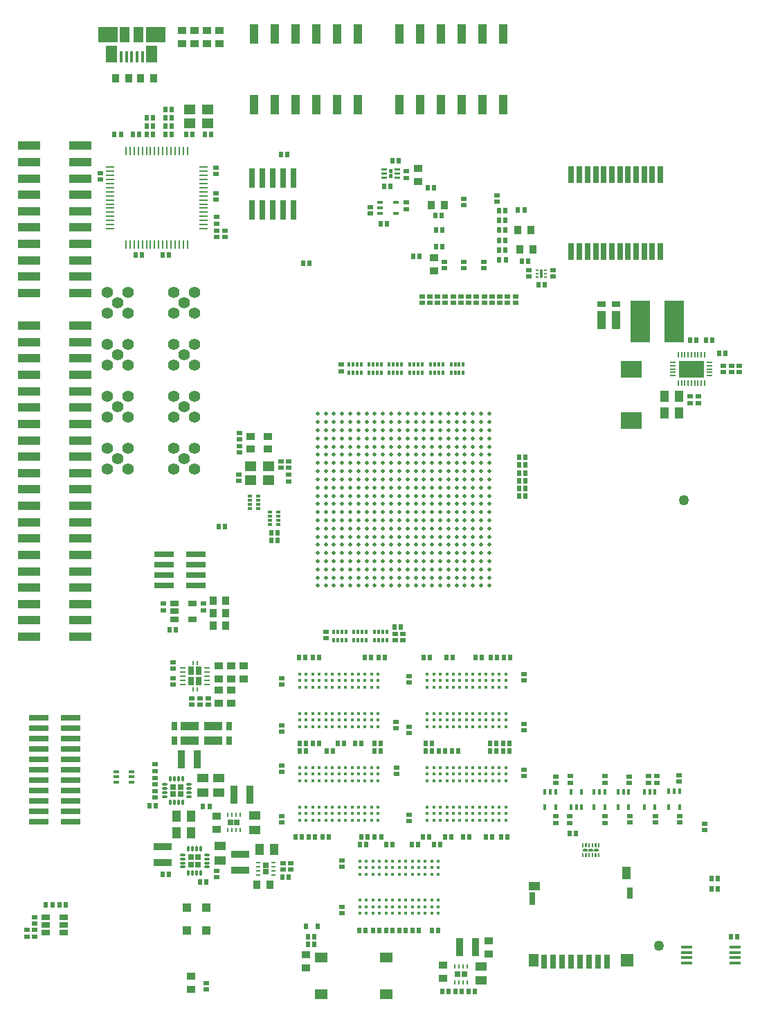
<source format=gbr>
G04 #@! TF.GenerationSoftware,KiCad,Pcbnew,5.0.0-rc3-6a2723a~65~ubuntu16.04.1*
G04 #@! TF.CreationDate,2018-11-29T22:42:40+06:00*
G04 #@! TF.ProjectId,Ki5,4B69352E6B696361645F706362000000,rev?*
G04 #@! TF.SameCoordinates,Original*
G04 #@! TF.FileFunction,Paste,Top*
G04 #@! TF.FilePolarity,Positive*
%FSLAX46Y46*%
G04 Gerber Fmt 4.6, Leading zero omitted, Abs format (unit mm)*
G04 Created by KiCad (PCBNEW 5.0.0-rc3-6a2723a~65~ubuntu16.04.1) date Thu Nov 29 22:42:40 2018*
%MOMM*%
%LPD*%
G01*
G04 APERTURE LIST*
%ADD10C,0.100000*%
%ADD11C,0.250000*%
%ADD12C,0.400000*%
%ADD13R,2.750000X1.000000*%
%ADD14R,1.010000X0.762000*%
%ADD15R,1.010000X2.287000*%
%ADD16R,0.750000X0.650000*%
%ADD17R,0.500000X0.250000*%
%ADD18R,1.000000X0.900000*%
%ADD19R,1.000000X1.550000*%
%ADD20R,1.500000X1.500000*%
%ADD21R,0.700000X1.750000*%
%ADD22R,0.800000X1.400000*%
%ADD23R,1.450000X1.000000*%
%ADD24R,0.800000X1.500000*%
%ADD25R,1.300000X1.500000*%
%ADD26R,1.550000X1.300000*%
%ADD27R,0.762000X1.010000*%
%ADD28R,2.287000X1.010000*%
%ADD29C,0.300000*%
%ADD30C,0.200000*%
%ADD31R,3.100000X2.100000*%
%ADD32O,0.800000X0.200000*%
%ADD33O,0.200000X0.800000*%
%ADD34R,2.350000X5.100000*%
%ADD35R,0.640000X2.030000*%
%ADD36C,1.270000*%
%ADD37C,0.420000*%
%ADD38R,0.650000X0.575000*%
%ADD39R,0.575000X0.650000*%
%ADD40R,1.000000X0.820000*%
%ADD41R,1.120000X1.400000*%
%ADD42R,1.400000X1.120000*%
%ADD43R,0.820000X1.000000*%
%ADD44R,2.600000X2.060000*%
%ADD45R,1.100000X1.100000*%
%ADD46R,0.600000X0.700000*%
%ADD47C,1.400000*%
%ADD48R,0.450000X1.380000*%
%ADD49R,1.475000X2.100000*%
%ADD50R,2.375000X1.900000*%
%ADD51R,1.175000X1.900000*%
%ADD52R,0.740000X2.400000*%
%ADD53R,2.400000X0.740000*%
%ADD54R,2.300000X0.850000*%
%ADD55R,0.850000X2.300000*%
%ADD56R,0.650000X0.400000*%
%ADD57R,0.500000X0.320000*%
%ADD58R,0.320000X0.500000*%
%ADD59R,0.400000X0.500000*%
%ADD60R,0.300000X0.500000*%
%ADD61R,1.120000X2.440000*%
%ADD62C,0.500000*%
%ADD63O,0.800000X0.230000*%
%ADD64R,0.230000X0.230000*%
%ADD65R,0.680000X1.050000*%
%ADD66R,0.260000X0.500000*%
%ADD67R,0.250000X1.000000*%
%ADD68R,1.000000X0.250000*%
%ADD69R,0.250000X0.500000*%
%ADD70R,0.650000X0.750000*%
%ADD71O,0.300000X0.750000*%
%ADD72O,0.750000X0.300000*%
%ADD73R,0.730000X0.730000*%
%ADD74R,1.060000X0.650000*%
%ADD75R,0.400000X0.650000*%
%ADD76R,0.400000X1.080000*%
%ADD77R,0.350000X0.240000*%
%ADD78R,1.450000X0.450000*%
%ADD79R,1.400000X1.200000*%
G04 APERTURE END LIST*
D10*
G04 #@! TO.C,U35*
G36*
X75962626Y-46357301D02*
X75968693Y-46358201D01*
X75974643Y-46359691D01*
X75980418Y-46361758D01*
X75985962Y-46364380D01*
X75991223Y-46367533D01*
X75996150Y-46371187D01*
X76000694Y-46375306D01*
X76004813Y-46379850D01*
X76008467Y-46384777D01*
X76011620Y-46390038D01*
X76014242Y-46395582D01*
X76016309Y-46401357D01*
X76017799Y-46407307D01*
X76018699Y-46413374D01*
X76019000Y-46419500D01*
X76019000Y-46544500D01*
X76018699Y-46550626D01*
X76017799Y-46556693D01*
X76016309Y-46562643D01*
X76014242Y-46568418D01*
X76011620Y-46573962D01*
X76008467Y-46579223D01*
X76004813Y-46584150D01*
X76000694Y-46588694D01*
X75996150Y-46592813D01*
X75991223Y-46596467D01*
X75985962Y-46599620D01*
X75980418Y-46602242D01*
X75974643Y-46604309D01*
X75968693Y-46605799D01*
X75962626Y-46606699D01*
X75956500Y-46607000D01*
X75381500Y-46607000D01*
X75375374Y-46606699D01*
X75369307Y-46605799D01*
X75363357Y-46604309D01*
X75357582Y-46602242D01*
X75352038Y-46599620D01*
X75346777Y-46596467D01*
X75341850Y-46592813D01*
X75337306Y-46588694D01*
X75333187Y-46584150D01*
X75329533Y-46579223D01*
X75326380Y-46573962D01*
X75323758Y-46568418D01*
X75321691Y-46562643D01*
X75320201Y-46556693D01*
X75319301Y-46550626D01*
X75319000Y-46544500D01*
X75319000Y-46419500D01*
X75319301Y-46413374D01*
X75320201Y-46407307D01*
X75321691Y-46401357D01*
X75323758Y-46395582D01*
X75326380Y-46390038D01*
X75329533Y-46384777D01*
X75333187Y-46379850D01*
X75337306Y-46375306D01*
X75341850Y-46371187D01*
X75346777Y-46367533D01*
X75352038Y-46364380D01*
X75357582Y-46361758D01*
X75363357Y-46359691D01*
X75369307Y-46358201D01*
X75375374Y-46357301D01*
X75381500Y-46357000D01*
X75956500Y-46357000D01*
X75962626Y-46357301D01*
X75962626Y-46357301D01*
G37*
D11*
X75669000Y-46482000D03*
D10*
G36*
X75962626Y-46857301D02*
X75968693Y-46858201D01*
X75974643Y-46859691D01*
X75980418Y-46861758D01*
X75985962Y-46864380D01*
X75991223Y-46867533D01*
X75996150Y-46871187D01*
X76000694Y-46875306D01*
X76004813Y-46879850D01*
X76008467Y-46884777D01*
X76011620Y-46890038D01*
X76014242Y-46895582D01*
X76016309Y-46901357D01*
X76017799Y-46907307D01*
X76018699Y-46913374D01*
X76019000Y-46919500D01*
X76019000Y-47044500D01*
X76018699Y-47050626D01*
X76017799Y-47056693D01*
X76016309Y-47062643D01*
X76014242Y-47068418D01*
X76011620Y-47073962D01*
X76008467Y-47079223D01*
X76004813Y-47084150D01*
X76000694Y-47088694D01*
X75996150Y-47092813D01*
X75991223Y-47096467D01*
X75985962Y-47099620D01*
X75980418Y-47102242D01*
X75974643Y-47104309D01*
X75968693Y-47105799D01*
X75962626Y-47106699D01*
X75956500Y-47107000D01*
X75381500Y-47107000D01*
X75375374Y-47106699D01*
X75369307Y-47105799D01*
X75363357Y-47104309D01*
X75357582Y-47102242D01*
X75352038Y-47099620D01*
X75346777Y-47096467D01*
X75341850Y-47092813D01*
X75337306Y-47088694D01*
X75333187Y-47084150D01*
X75329533Y-47079223D01*
X75326380Y-47073962D01*
X75323758Y-47068418D01*
X75321691Y-47062643D01*
X75320201Y-47056693D01*
X75319301Y-47050626D01*
X75319000Y-47044500D01*
X75319000Y-46919500D01*
X75319301Y-46913374D01*
X75320201Y-46907307D01*
X75321691Y-46901357D01*
X75323758Y-46895582D01*
X75326380Y-46890038D01*
X75329533Y-46884777D01*
X75333187Y-46879850D01*
X75337306Y-46875306D01*
X75341850Y-46871187D01*
X75346777Y-46867533D01*
X75352038Y-46864380D01*
X75357582Y-46861758D01*
X75363357Y-46859691D01*
X75369307Y-46858201D01*
X75375374Y-46857301D01*
X75381500Y-46857000D01*
X75956500Y-46857000D01*
X75962626Y-46857301D01*
X75962626Y-46857301D01*
G37*
D11*
X75669000Y-46982000D03*
D10*
G36*
X75962626Y-47357301D02*
X75968693Y-47358201D01*
X75974643Y-47359691D01*
X75980418Y-47361758D01*
X75985962Y-47364380D01*
X75991223Y-47367533D01*
X75996150Y-47371187D01*
X76000694Y-47375306D01*
X76004813Y-47379850D01*
X76008467Y-47384777D01*
X76011620Y-47390038D01*
X76014242Y-47395582D01*
X76016309Y-47401357D01*
X76017799Y-47407307D01*
X76018699Y-47413374D01*
X76019000Y-47419500D01*
X76019000Y-47544500D01*
X76018699Y-47550626D01*
X76017799Y-47556693D01*
X76016309Y-47562643D01*
X76014242Y-47568418D01*
X76011620Y-47573962D01*
X76008467Y-47579223D01*
X76004813Y-47584150D01*
X76000694Y-47588694D01*
X75996150Y-47592813D01*
X75991223Y-47596467D01*
X75985962Y-47599620D01*
X75980418Y-47602242D01*
X75974643Y-47604309D01*
X75968693Y-47605799D01*
X75962626Y-47606699D01*
X75956500Y-47607000D01*
X75381500Y-47607000D01*
X75375374Y-47606699D01*
X75369307Y-47605799D01*
X75363357Y-47604309D01*
X75357582Y-47602242D01*
X75352038Y-47599620D01*
X75346777Y-47596467D01*
X75341850Y-47592813D01*
X75337306Y-47588694D01*
X75333187Y-47584150D01*
X75329533Y-47579223D01*
X75326380Y-47573962D01*
X75323758Y-47568418D01*
X75321691Y-47562643D01*
X75320201Y-47556693D01*
X75319301Y-47550626D01*
X75319000Y-47544500D01*
X75319000Y-47419500D01*
X75319301Y-47413374D01*
X75320201Y-47407307D01*
X75321691Y-47401357D01*
X75323758Y-47395582D01*
X75326380Y-47390038D01*
X75329533Y-47384777D01*
X75333187Y-47379850D01*
X75337306Y-47375306D01*
X75341850Y-47371187D01*
X75346777Y-47367533D01*
X75352038Y-47364380D01*
X75357582Y-47361758D01*
X75363357Y-47359691D01*
X75369307Y-47358201D01*
X75375374Y-47357301D01*
X75381500Y-47357000D01*
X75956500Y-47357000D01*
X75962626Y-47357301D01*
X75962626Y-47357301D01*
G37*
D11*
X75669000Y-47482000D03*
D10*
G36*
X74362626Y-47357301D02*
X74368693Y-47358201D01*
X74374643Y-47359691D01*
X74380418Y-47361758D01*
X74385962Y-47364380D01*
X74391223Y-47367533D01*
X74396150Y-47371187D01*
X74400694Y-47375306D01*
X74404813Y-47379850D01*
X74408467Y-47384777D01*
X74411620Y-47390038D01*
X74414242Y-47395582D01*
X74416309Y-47401357D01*
X74417799Y-47407307D01*
X74418699Y-47413374D01*
X74419000Y-47419500D01*
X74419000Y-47544500D01*
X74418699Y-47550626D01*
X74417799Y-47556693D01*
X74416309Y-47562643D01*
X74414242Y-47568418D01*
X74411620Y-47573962D01*
X74408467Y-47579223D01*
X74404813Y-47584150D01*
X74400694Y-47588694D01*
X74396150Y-47592813D01*
X74391223Y-47596467D01*
X74385962Y-47599620D01*
X74380418Y-47602242D01*
X74374643Y-47604309D01*
X74368693Y-47605799D01*
X74362626Y-47606699D01*
X74356500Y-47607000D01*
X73781500Y-47607000D01*
X73775374Y-47606699D01*
X73769307Y-47605799D01*
X73763357Y-47604309D01*
X73757582Y-47602242D01*
X73752038Y-47599620D01*
X73746777Y-47596467D01*
X73741850Y-47592813D01*
X73737306Y-47588694D01*
X73733187Y-47584150D01*
X73729533Y-47579223D01*
X73726380Y-47573962D01*
X73723758Y-47568418D01*
X73721691Y-47562643D01*
X73720201Y-47556693D01*
X73719301Y-47550626D01*
X73719000Y-47544500D01*
X73719000Y-47419500D01*
X73719301Y-47413374D01*
X73720201Y-47407307D01*
X73721691Y-47401357D01*
X73723758Y-47395582D01*
X73726380Y-47390038D01*
X73729533Y-47384777D01*
X73733187Y-47379850D01*
X73737306Y-47375306D01*
X73741850Y-47371187D01*
X73746777Y-47367533D01*
X73752038Y-47364380D01*
X73757582Y-47361758D01*
X73763357Y-47359691D01*
X73769307Y-47358201D01*
X73775374Y-47357301D01*
X73781500Y-47357000D01*
X74356500Y-47357000D01*
X74362626Y-47357301D01*
X74362626Y-47357301D01*
G37*
D11*
X74069000Y-47482000D03*
D10*
G36*
X74362626Y-46857301D02*
X74368693Y-46858201D01*
X74374643Y-46859691D01*
X74380418Y-46861758D01*
X74385962Y-46864380D01*
X74391223Y-46867533D01*
X74396150Y-46871187D01*
X74400694Y-46875306D01*
X74404813Y-46879850D01*
X74408467Y-46884777D01*
X74411620Y-46890038D01*
X74414242Y-46895582D01*
X74416309Y-46901357D01*
X74417799Y-46907307D01*
X74418699Y-46913374D01*
X74419000Y-46919500D01*
X74419000Y-47044500D01*
X74418699Y-47050626D01*
X74417799Y-47056693D01*
X74416309Y-47062643D01*
X74414242Y-47068418D01*
X74411620Y-47073962D01*
X74408467Y-47079223D01*
X74404813Y-47084150D01*
X74400694Y-47088694D01*
X74396150Y-47092813D01*
X74391223Y-47096467D01*
X74385962Y-47099620D01*
X74380418Y-47102242D01*
X74374643Y-47104309D01*
X74368693Y-47105799D01*
X74362626Y-47106699D01*
X74356500Y-47107000D01*
X73781500Y-47107000D01*
X73775374Y-47106699D01*
X73769307Y-47105799D01*
X73763357Y-47104309D01*
X73757582Y-47102242D01*
X73752038Y-47099620D01*
X73746777Y-47096467D01*
X73741850Y-47092813D01*
X73737306Y-47088694D01*
X73733187Y-47084150D01*
X73729533Y-47079223D01*
X73726380Y-47073962D01*
X73723758Y-47068418D01*
X73721691Y-47062643D01*
X73720201Y-47056693D01*
X73719301Y-47050626D01*
X73719000Y-47044500D01*
X73719000Y-46919500D01*
X73719301Y-46913374D01*
X73720201Y-46907307D01*
X73721691Y-46901357D01*
X73723758Y-46895582D01*
X73726380Y-46890038D01*
X73729533Y-46884777D01*
X73733187Y-46879850D01*
X73737306Y-46875306D01*
X73741850Y-46871187D01*
X73746777Y-46867533D01*
X73752038Y-46864380D01*
X73757582Y-46861758D01*
X73763357Y-46859691D01*
X73769307Y-46858201D01*
X73775374Y-46857301D01*
X73781500Y-46857000D01*
X74356500Y-46857000D01*
X74362626Y-46857301D01*
X74362626Y-46857301D01*
G37*
D11*
X74069000Y-46982000D03*
D10*
G36*
X74362626Y-46357301D02*
X74368693Y-46358201D01*
X74374643Y-46359691D01*
X74380418Y-46361758D01*
X74385962Y-46364380D01*
X74391223Y-46367533D01*
X74396150Y-46371187D01*
X74400694Y-46375306D01*
X74404813Y-46379850D01*
X74408467Y-46384777D01*
X74411620Y-46390038D01*
X74414242Y-46395582D01*
X74416309Y-46401357D01*
X74417799Y-46407307D01*
X74418699Y-46413374D01*
X74419000Y-46419500D01*
X74419000Y-46544500D01*
X74418699Y-46550626D01*
X74417799Y-46556693D01*
X74416309Y-46562643D01*
X74414242Y-46568418D01*
X74411620Y-46573962D01*
X74408467Y-46579223D01*
X74404813Y-46584150D01*
X74400694Y-46588694D01*
X74396150Y-46592813D01*
X74391223Y-46596467D01*
X74385962Y-46599620D01*
X74380418Y-46602242D01*
X74374643Y-46604309D01*
X74368693Y-46605799D01*
X74362626Y-46606699D01*
X74356500Y-46607000D01*
X73781500Y-46607000D01*
X73775374Y-46606699D01*
X73769307Y-46605799D01*
X73763357Y-46604309D01*
X73757582Y-46602242D01*
X73752038Y-46599620D01*
X73746777Y-46596467D01*
X73741850Y-46592813D01*
X73737306Y-46588694D01*
X73733187Y-46584150D01*
X73729533Y-46579223D01*
X73726380Y-46573962D01*
X73723758Y-46568418D01*
X73721691Y-46562643D01*
X73720201Y-46556693D01*
X73719301Y-46550626D01*
X73719000Y-46544500D01*
X73719000Y-46419500D01*
X73719301Y-46413374D01*
X73720201Y-46407307D01*
X73721691Y-46401357D01*
X73723758Y-46395582D01*
X73726380Y-46390038D01*
X73729533Y-46384777D01*
X73733187Y-46379850D01*
X73737306Y-46375306D01*
X73741850Y-46371187D01*
X73746777Y-46367533D01*
X73752038Y-46364380D01*
X73757582Y-46361758D01*
X73763357Y-46359691D01*
X73769307Y-46358201D01*
X73775374Y-46357301D01*
X73781500Y-46357000D01*
X74356500Y-46357000D01*
X74362626Y-46357301D01*
X74362626Y-46357301D01*
G37*
D11*
X74069000Y-46482000D03*
D10*
G36*
X74978802Y-47042482D02*
X74988509Y-47043921D01*
X74998028Y-47046306D01*
X75007268Y-47049612D01*
X75016140Y-47053808D01*
X75024557Y-47058853D01*
X75032439Y-47064699D01*
X75039711Y-47071289D01*
X75046301Y-47078561D01*
X75052147Y-47086443D01*
X75057192Y-47094860D01*
X75061388Y-47103732D01*
X75064694Y-47112972D01*
X75067079Y-47122491D01*
X75068518Y-47132198D01*
X75069000Y-47142000D01*
X75069000Y-47452000D01*
X75068518Y-47461802D01*
X75067079Y-47471509D01*
X75064694Y-47481028D01*
X75061388Y-47490268D01*
X75057192Y-47499140D01*
X75052147Y-47507557D01*
X75046301Y-47515439D01*
X75039711Y-47522711D01*
X75032439Y-47529301D01*
X75024557Y-47535147D01*
X75016140Y-47540192D01*
X75007268Y-47544388D01*
X74998028Y-47547694D01*
X74988509Y-47550079D01*
X74978802Y-47551518D01*
X74969000Y-47552000D01*
X74769000Y-47552000D01*
X74759198Y-47551518D01*
X74749491Y-47550079D01*
X74739972Y-47547694D01*
X74730732Y-47544388D01*
X74721860Y-47540192D01*
X74713443Y-47535147D01*
X74705561Y-47529301D01*
X74698289Y-47522711D01*
X74691699Y-47515439D01*
X74685853Y-47507557D01*
X74680808Y-47499140D01*
X74676612Y-47490268D01*
X74673306Y-47481028D01*
X74670921Y-47471509D01*
X74669482Y-47461802D01*
X74669000Y-47452000D01*
X74669000Y-47142000D01*
X74669482Y-47132198D01*
X74670921Y-47122491D01*
X74673306Y-47112972D01*
X74676612Y-47103732D01*
X74680808Y-47094860D01*
X74685853Y-47086443D01*
X74691699Y-47078561D01*
X74698289Y-47071289D01*
X74705561Y-47064699D01*
X74713443Y-47058853D01*
X74721860Y-47053808D01*
X74730732Y-47049612D01*
X74739972Y-47046306D01*
X74749491Y-47043921D01*
X74759198Y-47042482D01*
X74769000Y-47042000D01*
X74969000Y-47042000D01*
X74978802Y-47042482D01*
X74978802Y-47042482D01*
G37*
D12*
X74869000Y-47297000D03*
D10*
G36*
X74978802Y-46412482D02*
X74988509Y-46413921D01*
X74998028Y-46416306D01*
X75007268Y-46419612D01*
X75016140Y-46423808D01*
X75024557Y-46428853D01*
X75032439Y-46434699D01*
X75039711Y-46441289D01*
X75046301Y-46448561D01*
X75052147Y-46456443D01*
X75057192Y-46464860D01*
X75061388Y-46473732D01*
X75064694Y-46482972D01*
X75067079Y-46492491D01*
X75068518Y-46502198D01*
X75069000Y-46512000D01*
X75069000Y-46822000D01*
X75068518Y-46831802D01*
X75067079Y-46841509D01*
X75064694Y-46851028D01*
X75061388Y-46860268D01*
X75057192Y-46869140D01*
X75052147Y-46877557D01*
X75046301Y-46885439D01*
X75039711Y-46892711D01*
X75032439Y-46899301D01*
X75024557Y-46905147D01*
X75016140Y-46910192D01*
X75007268Y-46914388D01*
X74998028Y-46917694D01*
X74988509Y-46920079D01*
X74978802Y-46921518D01*
X74969000Y-46922000D01*
X74769000Y-46922000D01*
X74759198Y-46921518D01*
X74749491Y-46920079D01*
X74739972Y-46917694D01*
X74730732Y-46914388D01*
X74721860Y-46910192D01*
X74713443Y-46905147D01*
X74705561Y-46899301D01*
X74698289Y-46892711D01*
X74691699Y-46885439D01*
X74685853Y-46877557D01*
X74680808Y-46869140D01*
X74676612Y-46860268D01*
X74673306Y-46851028D01*
X74670921Y-46841509D01*
X74669482Y-46831802D01*
X74669000Y-46822000D01*
X74669000Y-46512000D01*
X74669482Y-46502198D01*
X74670921Y-46492491D01*
X74673306Y-46482972D01*
X74676612Y-46473732D01*
X74680808Y-46464860D01*
X74685853Y-46456443D01*
X74691699Y-46448561D01*
X74698289Y-46441289D01*
X74705561Y-46434699D01*
X74713443Y-46428853D01*
X74721860Y-46423808D01*
X74730732Y-46419612D01*
X74739972Y-46416306D01*
X74749491Y-46413921D01*
X74759198Y-46412482D01*
X74769000Y-46412000D01*
X74969000Y-46412000D01*
X74978802Y-46412482D01*
X74978802Y-46412482D01*
G37*
D12*
X74869000Y-46667000D03*
G04 #@! TD*
D13*
G04 #@! TO.C,J2*
X36907000Y-43590000D03*
X30657000Y-43590000D03*
X36907000Y-45590000D03*
X30657000Y-45590000D03*
X36907000Y-47590000D03*
X30657000Y-47590000D03*
X36907000Y-49590000D03*
X30657000Y-49590000D03*
X36907000Y-51590000D03*
X30657000Y-51590000D03*
X36907000Y-53590000D03*
X30657000Y-53590000D03*
X36907000Y-55590000D03*
X30657000Y-55590000D03*
X36907000Y-57590000D03*
X30657000Y-57590000D03*
X36907000Y-59590000D03*
X30657000Y-59590000D03*
X36907000Y-61590000D03*
X30657000Y-61590000D03*
G04 #@! TD*
D14*
G04 #@! TO.C,RS10*
X100631200Y-62953400D03*
X102401200Y-62953400D03*
D15*
X102401200Y-64858900D03*
X100631200Y-64859400D03*
G04 #@! TD*
D16*
G04 #@! TO.C,U15*
X59588400Y-132327600D03*
X59588400Y-131527600D03*
D17*
X58638400Y-131677600D03*
X58638400Y-131177600D03*
X60538400Y-131177600D03*
X60538400Y-132177600D03*
X60538400Y-132677600D03*
X58638400Y-132677600D03*
X58638400Y-132177600D03*
X60538400Y-131677600D03*
G04 #@! TD*
D18*
G04 #@! TO.C,X2*
X57693000Y-79082600D03*
X59843000Y-79082600D03*
X59843000Y-80632600D03*
X57693000Y-80632600D03*
G04 #@! TD*
D19*
G04 #@! TO.C,J10*
X103687600Y-132490000D03*
D20*
X103737600Y-143165000D03*
D21*
X101287600Y-143290000D03*
X100187600Y-143290000D03*
X99087600Y-143290000D03*
X97987600Y-143290000D03*
X96887600Y-143290000D03*
X95787600Y-143290000D03*
X94687600Y-143290000D03*
D22*
X104087600Y-134915000D03*
D23*
X92462600Y-134065000D03*
D24*
X92137600Y-135565000D03*
D25*
X92387600Y-143165000D03*
D21*
X93587600Y-143290000D03*
G04 #@! TD*
D26*
G04 #@! TO.C,S2*
X66370400Y-142784000D03*
X66370400Y-147284000D03*
X74330400Y-147284000D03*
X74330400Y-142784000D03*
G04 #@! TD*
D27*
G04 #@! TO.C,RS1*
X55086800Y-114519200D03*
X55086800Y-116289200D03*
D28*
X53181300Y-116289200D03*
X53180800Y-114519200D03*
G04 #@! TD*
D27*
G04 #@! TO.C,RS2*
X48368000Y-116289200D03*
X48368000Y-114519200D03*
D28*
X50273500Y-114519200D03*
X50274000Y-116289200D03*
G04 #@! TD*
D10*
G04 #@! TO.C,U26*
G36*
X98859151Y-129517361D02*
X98866432Y-129518441D01*
X98873571Y-129520229D01*
X98880501Y-129522709D01*
X98887155Y-129525856D01*
X98893468Y-129529640D01*
X98899379Y-129534024D01*
X98904833Y-129538967D01*
X98909776Y-129544421D01*
X98914160Y-129550332D01*
X98917944Y-129556645D01*
X98921091Y-129563299D01*
X98923571Y-129570229D01*
X98925359Y-129577368D01*
X98926439Y-129584649D01*
X98926800Y-129592000D01*
X98926800Y-129742000D01*
X98926439Y-129749351D01*
X98925359Y-129756632D01*
X98923571Y-129763771D01*
X98921091Y-129770701D01*
X98917944Y-129777355D01*
X98914160Y-129783668D01*
X98909776Y-129789579D01*
X98904833Y-129795033D01*
X98899379Y-129799976D01*
X98893468Y-129804360D01*
X98887155Y-129808144D01*
X98880501Y-129811291D01*
X98873571Y-129813771D01*
X98866432Y-129815559D01*
X98859151Y-129816639D01*
X98851800Y-129817000D01*
X98451800Y-129817000D01*
X98444449Y-129816639D01*
X98437168Y-129815559D01*
X98430029Y-129813771D01*
X98423099Y-129811291D01*
X98416445Y-129808144D01*
X98410132Y-129804360D01*
X98404221Y-129799976D01*
X98398767Y-129795033D01*
X98393824Y-129789579D01*
X98389440Y-129783668D01*
X98385656Y-129777355D01*
X98382509Y-129770701D01*
X98380029Y-129763771D01*
X98378241Y-129756632D01*
X98377161Y-129749351D01*
X98376800Y-129742000D01*
X98376800Y-129592000D01*
X98377161Y-129584649D01*
X98378241Y-129577368D01*
X98380029Y-129570229D01*
X98382509Y-129563299D01*
X98385656Y-129556645D01*
X98389440Y-129550332D01*
X98393824Y-129544421D01*
X98398767Y-129538967D01*
X98404221Y-129534024D01*
X98410132Y-129529640D01*
X98416445Y-129525856D01*
X98423099Y-129522709D01*
X98430029Y-129520229D01*
X98437168Y-129518441D01*
X98444449Y-129517361D01*
X98451800Y-129517000D01*
X98851800Y-129517000D01*
X98859151Y-129517361D01*
X98859151Y-129517361D01*
G37*
D29*
X98651800Y-129667000D03*
D10*
G36*
X100219151Y-129517361D02*
X100226432Y-129518441D01*
X100233571Y-129520229D01*
X100240501Y-129522709D01*
X100247155Y-129525856D01*
X100253468Y-129529640D01*
X100259379Y-129534024D01*
X100264833Y-129538967D01*
X100269776Y-129544421D01*
X100274160Y-129550332D01*
X100277944Y-129556645D01*
X100281091Y-129563299D01*
X100283571Y-129570229D01*
X100285359Y-129577368D01*
X100286439Y-129584649D01*
X100286800Y-129592000D01*
X100286800Y-129742000D01*
X100286439Y-129749351D01*
X100285359Y-129756632D01*
X100283571Y-129763771D01*
X100281091Y-129770701D01*
X100277944Y-129777355D01*
X100274160Y-129783668D01*
X100269776Y-129789579D01*
X100264833Y-129795033D01*
X100259379Y-129799976D01*
X100253468Y-129804360D01*
X100247155Y-129808144D01*
X100240501Y-129811291D01*
X100233571Y-129813771D01*
X100226432Y-129815559D01*
X100219151Y-129816639D01*
X100211800Y-129817000D01*
X99811800Y-129817000D01*
X99804449Y-129816639D01*
X99797168Y-129815559D01*
X99790029Y-129813771D01*
X99783099Y-129811291D01*
X99776445Y-129808144D01*
X99770132Y-129804360D01*
X99764221Y-129799976D01*
X99758767Y-129795033D01*
X99753824Y-129789579D01*
X99749440Y-129783668D01*
X99745656Y-129777355D01*
X99742509Y-129770701D01*
X99740029Y-129763771D01*
X99738241Y-129756632D01*
X99737161Y-129749351D01*
X99736800Y-129742000D01*
X99736800Y-129592000D01*
X99737161Y-129584649D01*
X99738241Y-129577368D01*
X99740029Y-129570229D01*
X99742509Y-129563299D01*
X99745656Y-129556645D01*
X99749440Y-129550332D01*
X99753824Y-129544421D01*
X99758767Y-129538967D01*
X99764221Y-129534024D01*
X99770132Y-129529640D01*
X99776445Y-129525856D01*
X99783099Y-129522709D01*
X99790029Y-129520229D01*
X99797168Y-129518441D01*
X99804449Y-129517361D01*
X99811800Y-129517000D01*
X100211800Y-129517000D01*
X100219151Y-129517361D01*
X100219151Y-129517361D01*
G37*
D29*
X100011800Y-129667000D03*
D10*
G36*
X100386701Y-128792241D02*
X100391555Y-128792961D01*
X100396314Y-128794153D01*
X100400934Y-128795806D01*
X100405370Y-128797904D01*
X100409579Y-128800427D01*
X100413520Y-128803349D01*
X100417155Y-128806645D01*
X100420451Y-128810280D01*
X100423373Y-128814221D01*
X100425896Y-128818430D01*
X100427994Y-128822866D01*
X100429647Y-128827486D01*
X100430839Y-128832245D01*
X100431559Y-128837099D01*
X100431800Y-128842000D01*
X100431800Y-129242000D01*
X100431559Y-129246901D01*
X100430839Y-129251755D01*
X100429647Y-129256514D01*
X100427994Y-129261134D01*
X100425896Y-129265570D01*
X100423373Y-129269779D01*
X100420451Y-129273720D01*
X100417155Y-129277355D01*
X100413520Y-129280651D01*
X100409579Y-129283573D01*
X100405370Y-129286096D01*
X100400934Y-129288194D01*
X100396314Y-129289847D01*
X100391555Y-129291039D01*
X100386701Y-129291759D01*
X100381800Y-129292000D01*
X100281800Y-129292000D01*
X100276899Y-129291759D01*
X100272045Y-129291039D01*
X100267286Y-129289847D01*
X100262666Y-129288194D01*
X100258230Y-129286096D01*
X100254021Y-129283573D01*
X100250080Y-129280651D01*
X100246445Y-129277355D01*
X100243149Y-129273720D01*
X100240227Y-129269779D01*
X100237704Y-129265570D01*
X100235606Y-129261134D01*
X100233953Y-129256514D01*
X100232761Y-129251755D01*
X100232041Y-129246901D01*
X100231800Y-129242000D01*
X100231800Y-128842000D01*
X100232041Y-128837099D01*
X100232761Y-128832245D01*
X100233953Y-128827486D01*
X100235606Y-128822866D01*
X100237704Y-128818430D01*
X100240227Y-128814221D01*
X100243149Y-128810280D01*
X100246445Y-128806645D01*
X100250080Y-128803349D01*
X100254021Y-128800427D01*
X100258230Y-128797904D01*
X100262666Y-128795806D01*
X100267286Y-128794153D01*
X100272045Y-128792961D01*
X100276899Y-128792241D01*
X100281800Y-128792000D01*
X100381800Y-128792000D01*
X100386701Y-128792241D01*
X100386701Y-128792241D01*
G37*
D30*
X100331800Y-129042000D03*
D10*
G36*
X99986701Y-128792241D02*
X99991555Y-128792961D01*
X99996314Y-128794153D01*
X100000934Y-128795806D01*
X100005370Y-128797904D01*
X100009579Y-128800427D01*
X100013520Y-128803349D01*
X100017155Y-128806645D01*
X100020451Y-128810280D01*
X100023373Y-128814221D01*
X100025896Y-128818430D01*
X100027994Y-128822866D01*
X100029647Y-128827486D01*
X100030839Y-128832245D01*
X100031559Y-128837099D01*
X100031800Y-128842000D01*
X100031800Y-129242000D01*
X100031559Y-129246901D01*
X100030839Y-129251755D01*
X100029647Y-129256514D01*
X100027994Y-129261134D01*
X100025896Y-129265570D01*
X100023373Y-129269779D01*
X100020451Y-129273720D01*
X100017155Y-129277355D01*
X100013520Y-129280651D01*
X100009579Y-129283573D01*
X100005370Y-129286096D01*
X100000934Y-129288194D01*
X99996314Y-129289847D01*
X99991555Y-129291039D01*
X99986701Y-129291759D01*
X99981800Y-129292000D01*
X99881800Y-129292000D01*
X99876899Y-129291759D01*
X99872045Y-129291039D01*
X99867286Y-129289847D01*
X99862666Y-129288194D01*
X99858230Y-129286096D01*
X99854021Y-129283573D01*
X99850080Y-129280651D01*
X99846445Y-129277355D01*
X99843149Y-129273720D01*
X99840227Y-129269779D01*
X99837704Y-129265570D01*
X99835606Y-129261134D01*
X99833953Y-129256514D01*
X99832761Y-129251755D01*
X99832041Y-129246901D01*
X99831800Y-129242000D01*
X99831800Y-128842000D01*
X99832041Y-128837099D01*
X99832761Y-128832245D01*
X99833953Y-128827486D01*
X99835606Y-128822866D01*
X99837704Y-128818430D01*
X99840227Y-128814221D01*
X99843149Y-128810280D01*
X99846445Y-128806645D01*
X99850080Y-128803349D01*
X99854021Y-128800427D01*
X99858230Y-128797904D01*
X99862666Y-128795806D01*
X99867286Y-128794153D01*
X99872045Y-128792961D01*
X99876899Y-128792241D01*
X99881800Y-128792000D01*
X99981800Y-128792000D01*
X99986701Y-128792241D01*
X99986701Y-128792241D01*
G37*
D30*
X99931800Y-129042000D03*
D10*
G36*
X99586701Y-128792241D02*
X99591555Y-128792961D01*
X99596314Y-128794153D01*
X99600934Y-128795806D01*
X99605370Y-128797904D01*
X99609579Y-128800427D01*
X99613520Y-128803349D01*
X99617155Y-128806645D01*
X99620451Y-128810280D01*
X99623373Y-128814221D01*
X99625896Y-128818430D01*
X99627994Y-128822866D01*
X99629647Y-128827486D01*
X99630839Y-128832245D01*
X99631559Y-128837099D01*
X99631800Y-128842000D01*
X99631800Y-129242000D01*
X99631559Y-129246901D01*
X99630839Y-129251755D01*
X99629647Y-129256514D01*
X99627994Y-129261134D01*
X99625896Y-129265570D01*
X99623373Y-129269779D01*
X99620451Y-129273720D01*
X99617155Y-129277355D01*
X99613520Y-129280651D01*
X99609579Y-129283573D01*
X99605370Y-129286096D01*
X99600934Y-129288194D01*
X99596314Y-129289847D01*
X99591555Y-129291039D01*
X99586701Y-129291759D01*
X99581800Y-129292000D01*
X99481800Y-129292000D01*
X99476899Y-129291759D01*
X99472045Y-129291039D01*
X99467286Y-129289847D01*
X99462666Y-129288194D01*
X99458230Y-129286096D01*
X99454021Y-129283573D01*
X99450080Y-129280651D01*
X99446445Y-129277355D01*
X99443149Y-129273720D01*
X99440227Y-129269779D01*
X99437704Y-129265570D01*
X99435606Y-129261134D01*
X99433953Y-129256514D01*
X99432761Y-129251755D01*
X99432041Y-129246901D01*
X99431800Y-129242000D01*
X99431800Y-128842000D01*
X99432041Y-128837099D01*
X99432761Y-128832245D01*
X99433953Y-128827486D01*
X99435606Y-128822866D01*
X99437704Y-128818430D01*
X99440227Y-128814221D01*
X99443149Y-128810280D01*
X99446445Y-128806645D01*
X99450080Y-128803349D01*
X99454021Y-128800427D01*
X99458230Y-128797904D01*
X99462666Y-128795806D01*
X99467286Y-128794153D01*
X99472045Y-128792961D01*
X99476899Y-128792241D01*
X99481800Y-128792000D01*
X99581800Y-128792000D01*
X99586701Y-128792241D01*
X99586701Y-128792241D01*
G37*
D30*
X99531800Y-129042000D03*
D10*
G36*
X99186701Y-128792241D02*
X99191555Y-128792961D01*
X99196314Y-128794153D01*
X99200934Y-128795806D01*
X99205370Y-128797904D01*
X99209579Y-128800427D01*
X99213520Y-128803349D01*
X99217155Y-128806645D01*
X99220451Y-128810280D01*
X99223373Y-128814221D01*
X99225896Y-128818430D01*
X99227994Y-128822866D01*
X99229647Y-128827486D01*
X99230839Y-128832245D01*
X99231559Y-128837099D01*
X99231800Y-128842000D01*
X99231800Y-129242000D01*
X99231559Y-129246901D01*
X99230839Y-129251755D01*
X99229647Y-129256514D01*
X99227994Y-129261134D01*
X99225896Y-129265570D01*
X99223373Y-129269779D01*
X99220451Y-129273720D01*
X99217155Y-129277355D01*
X99213520Y-129280651D01*
X99209579Y-129283573D01*
X99205370Y-129286096D01*
X99200934Y-129288194D01*
X99196314Y-129289847D01*
X99191555Y-129291039D01*
X99186701Y-129291759D01*
X99181800Y-129292000D01*
X99081800Y-129292000D01*
X99076899Y-129291759D01*
X99072045Y-129291039D01*
X99067286Y-129289847D01*
X99062666Y-129288194D01*
X99058230Y-129286096D01*
X99054021Y-129283573D01*
X99050080Y-129280651D01*
X99046445Y-129277355D01*
X99043149Y-129273720D01*
X99040227Y-129269779D01*
X99037704Y-129265570D01*
X99035606Y-129261134D01*
X99033953Y-129256514D01*
X99032761Y-129251755D01*
X99032041Y-129246901D01*
X99031800Y-129242000D01*
X99031800Y-128842000D01*
X99032041Y-128837099D01*
X99032761Y-128832245D01*
X99033953Y-128827486D01*
X99035606Y-128822866D01*
X99037704Y-128818430D01*
X99040227Y-128814221D01*
X99043149Y-128810280D01*
X99046445Y-128806645D01*
X99050080Y-128803349D01*
X99054021Y-128800427D01*
X99058230Y-128797904D01*
X99062666Y-128795806D01*
X99067286Y-128794153D01*
X99072045Y-128792961D01*
X99076899Y-128792241D01*
X99081800Y-128792000D01*
X99181800Y-128792000D01*
X99186701Y-128792241D01*
X99186701Y-128792241D01*
G37*
D30*
X99131800Y-129042000D03*
D10*
G36*
X98786701Y-128792241D02*
X98791555Y-128792961D01*
X98796314Y-128794153D01*
X98800934Y-128795806D01*
X98805370Y-128797904D01*
X98809579Y-128800427D01*
X98813520Y-128803349D01*
X98817155Y-128806645D01*
X98820451Y-128810280D01*
X98823373Y-128814221D01*
X98825896Y-128818430D01*
X98827994Y-128822866D01*
X98829647Y-128827486D01*
X98830839Y-128832245D01*
X98831559Y-128837099D01*
X98831800Y-128842000D01*
X98831800Y-129242000D01*
X98831559Y-129246901D01*
X98830839Y-129251755D01*
X98829647Y-129256514D01*
X98827994Y-129261134D01*
X98825896Y-129265570D01*
X98823373Y-129269779D01*
X98820451Y-129273720D01*
X98817155Y-129277355D01*
X98813520Y-129280651D01*
X98809579Y-129283573D01*
X98805370Y-129286096D01*
X98800934Y-129288194D01*
X98796314Y-129289847D01*
X98791555Y-129291039D01*
X98786701Y-129291759D01*
X98781800Y-129292000D01*
X98681800Y-129292000D01*
X98676899Y-129291759D01*
X98672045Y-129291039D01*
X98667286Y-129289847D01*
X98662666Y-129288194D01*
X98658230Y-129286096D01*
X98654021Y-129283573D01*
X98650080Y-129280651D01*
X98646445Y-129277355D01*
X98643149Y-129273720D01*
X98640227Y-129269779D01*
X98637704Y-129265570D01*
X98635606Y-129261134D01*
X98633953Y-129256514D01*
X98632761Y-129251755D01*
X98632041Y-129246901D01*
X98631800Y-129242000D01*
X98631800Y-128842000D01*
X98632041Y-128837099D01*
X98632761Y-128832245D01*
X98633953Y-128827486D01*
X98635606Y-128822866D01*
X98637704Y-128818430D01*
X98640227Y-128814221D01*
X98643149Y-128810280D01*
X98646445Y-128806645D01*
X98650080Y-128803349D01*
X98654021Y-128800427D01*
X98658230Y-128797904D01*
X98662666Y-128795806D01*
X98667286Y-128794153D01*
X98672045Y-128792961D01*
X98676899Y-128792241D01*
X98681800Y-128792000D01*
X98781800Y-128792000D01*
X98786701Y-128792241D01*
X98786701Y-128792241D01*
G37*
D30*
X98731800Y-129042000D03*
D10*
G36*
X98386701Y-128792241D02*
X98391555Y-128792961D01*
X98396314Y-128794153D01*
X98400934Y-128795806D01*
X98405370Y-128797904D01*
X98409579Y-128800427D01*
X98413520Y-128803349D01*
X98417155Y-128806645D01*
X98420451Y-128810280D01*
X98423373Y-128814221D01*
X98425896Y-128818430D01*
X98427994Y-128822866D01*
X98429647Y-128827486D01*
X98430839Y-128832245D01*
X98431559Y-128837099D01*
X98431800Y-128842000D01*
X98431800Y-129242000D01*
X98431559Y-129246901D01*
X98430839Y-129251755D01*
X98429647Y-129256514D01*
X98427994Y-129261134D01*
X98425896Y-129265570D01*
X98423373Y-129269779D01*
X98420451Y-129273720D01*
X98417155Y-129277355D01*
X98413520Y-129280651D01*
X98409579Y-129283573D01*
X98405370Y-129286096D01*
X98400934Y-129288194D01*
X98396314Y-129289847D01*
X98391555Y-129291039D01*
X98386701Y-129291759D01*
X98381800Y-129292000D01*
X98281800Y-129292000D01*
X98276899Y-129291759D01*
X98272045Y-129291039D01*
X98267286Y-129289847D01*
X98262666Y-129288194D01*
X98258230Y-129286096D01*
X98254021Y-129283573D01*
X98250080Y-129280651D01*
X98246445Y-129277355D01*
X98243149Y-129273720D01*
X98240227Y-129269779D01*
X98237704Y-129265570D01*
X98235606Y-129261134D01*
X98233953Y-129256514D01*
X98232761Y-129251755D01*
X98232041Y-129246901D01*
X98231800Y-129242000D01*
X98231800Y-128842000D01*
X98232041Y-128837099D01*
X98232761Y-128832245D01*
X98233953Y-128827486D01*
X98235606Y-128822866D01*
X98237704Y-128818430D01*
X98240227Y-128814221D01*
X98243149Y-128810280D01*
X98246445Y-128806645D01*
X98250080Y-128803349D01*
X98254021Y-128800427D01*
X98258230Y-128797904D01*
X98262666Y-128795806D01*
X98267286Y-128794153D01*
X98272045Y-128792961D01*
X98276899Y-128792241D01*
X98281800Y-128792000D01*
X98381800Y-128792000D01*
X98386701Y-128792241D01*
X98386701Y-128792241D01*
G37*
D30*
X98331800Y-129042000D03*
D10*
G36*
X98386701Y-130042241D02*
X98391555Y-130042961D01*
X98396314Y-130044153D01*
X98400934Y-130045806D01*
X98405370Y-130047904D01*
X98409579Y-130050427D01*
X98413520Y-130053349D01*
X98417155Y-130056645D01*
X98420451Y-130060280D01*
X98423373Y-130064221D01*
X98425896Y-130068430D01*
X98427994Y-130072866D01*
X98429647Y-130077486D01*
X98430839Y-130082245D01*
X98431559Y-130087099D01*
X98431800Y-130092000D01*
X98431800Y-130492000D01*
X98431559Y-130496901D01*
X98430839Y-130501755D01*
X98429647Y-130506514D01*
X98427994Y-130511134D01*
X98425896Y-130515570D01*
X98423373Y-130519779D01*
X98420451Y-130523720D01*
X98417155Y-130527355D01*
X98413520Y-130530651D01*
X98409579Y-130533573D01*
X98405370Y-130536096D01*
X98400934Y-130538194D01*
X98396314Y-130539847D01*
X98391555Y-130541039D01*
X98386701Y-130541759D01*
X98381800Y-130542000D01*
X98281800Y-130542000D01*
X98276899Y-130541759D01*
X98272045Y-130541039D01*
X98267286Y-130539847D01*
X98262666Y-130538194D01*
X98258230Y-130536096D01*
X98254021Y-130533573D01*
X98250080Y-130530651D01*
X98246445Y-130527355D01*
X98243149Y-130523720D01*
X98240227Y-130519779D01*
X98237704Y-130515570D01*
X98235606Y-130511134D01*
X98233953Y-130506514D01*
X98232761Y-130501755D01*
X98232041Y-130496901D01*
X98231800Y-130492000D01*
X98231800Y-130092000D01*
X98232041Y-130087099D01*
X98232761Y-130082245D01*
X98233953Y-130077486D01*
X98235606Y-130072866D01*
X98237704Y-130068430D01*
X98240227Y-130064221D01*
X98243149Y-130060280D01*
X98246445Y-130056645D01*
X98250080Y-130053349D01*
X98254021Y-130050427D01*
X98258230Y-130047904D01*
X98262666Y-130045806D01*
X98267286Y-130044153D01*
X98272045Y-130042961D01*
X98276899Y-130042241D01*
X98281800Y-130042000D01*
X98381800Y-130042000D01*
X98386701Y-130042241D01*
X98386701Y-130042241D01*
G37*
D30*
X98331800Y-130292000D03*
D10*
G36*
X98786701Y-130042241D02*
X98791555Y-130042961D01*
X98796314Y-130044153D01*
X98800934Y-130045806D01*
X98805370Y-130047904D01*
X98809579Y-130050427D01*
X98813520Y-130053349D01*
X98817155Y-130056645D01*
X98820451Y-130060280D01*
X98823373Y-130064221D01*
X98825896Y-130068430D01*
X98827994Y-130072866D01*
X98829647Y-130077486D01*
X98830839Y-130082245D01*
X98831559Y-130087099D01*
X98831800Y-130092000D01*
X98831800Y-130492000D01*
X98831559Y-130496901D01*
X98830839Y-130501755D01*
X98829647Y-130506514D01*
X98827994Y-130511134D01*
X98825896Y-130515570D01*
X98823373Y-130519779D01*
X98820451Y-130523720D01*
X98817155Y-130527355D01*
X98813520Y-130530651D01*
X98809579Y-130533573D01*
X98805370Y-130536096D01*
X98800934Y-130538194D01*
X98796314Y-130539847D01*
X98791555Y-130541039D01*
X98786701Y-130541759D01*
X98781800Y-130542000D01*
X98681800Y-130542000D01*
X98676899Y-130541759D01*
X98672045Y-130541039D01*
X98667286Y-130539847D01*
X98662666Y-130538194D01*
X98658230Y-130536096D01*
X98654021Y-130533573D01*
X98650080Y-130530651D01*
X98646445Y-130527355D01*
X98643149Y-130523720D01*
X98640227Y-130519779D01*
X98637704Y-130515570D01*
X98635606Y-130511134D01*
X98633953Y-130506514D01*
X98632761Y-130501755D01*
X98632041Y-130496901D01*
X98631800Y-130492000D01*
X98631800Y-130092000D01*
X98632041Y-130087099D01*
X98632761Y-130082245D01*
X98633953Y-130077486D01*
X98635606Y-130072866D01*
X98637704Y-130068430D01*
X98640227Y-130064221D01*
X98643149Y-130060280D01*
X98646445Y-130056645D01*
X98650080Y-130053349D01*
X98654021Y-130050427D01*
X98658230Y-130047904D01*
X98662666Y-130045806D01*
X98667286Y-130044153D01*
X98672045Y-130042961D01*
X98676899Y-130042241D01*
X98681800Y-130042000D01*
X98781800Y-130042000D01*
X98786701Y-130042241D01*
X98786701Y-130042241D01*
G37*
D30*
X98731800Y-130292000D03*
D10*
G36*
X99186701Y-130042241D02*
X99191555Y-130042961D01*
X99196314Y-130044153D01*
X99200934Y-130045806D01*
X99205370Y-130047904D01*
X99209579Y-130050427D01*
X99213520Y-130053349D01*
X99217155Y-130056645D01*
X99220451Y-130060280D01*
X99223373Y-130064221D01*
X99225896Y-130068430D01*
X99227994Y-130072866D01*
X99229647Y-130077486D01*
X99230839Y-130082245D01*
X99231559Y-130087099D01*
X99231800Y-130092000D01*
X99231800Y-130492000D01*
X99231559Y-130496901D01*
X99230839Y-130501755D01*
X99229647Y-130506514D01*
X99227994Y-130511134D01*
X99225896Y-130515570D01*
X99223373Y-130519779D01*
X99220451Y-130523720D01*
X99217155Y-130527355D01*
X99213520Y-130530651D01*
X99209579Y-130533573D01*
X99205370Y-130536096D01*
X99200934Y-130538194D01*
X99196314Y-130539847D01*
X99191555Y-130541039D01*
X99186701Y-130541759D01*
X99181800Y-130542000D01*
X99081800Y-130542000D01*
X99076899Y-130541759D01*
X99072045Y-130541039D01*
X99067286Y-130539847D01*
X99062666Y-130538194D01*
X99058230Y-130536096D01*
X99054021Y-130533573D01*
X99050080Y-130530651D01*
X99046445Y-130527355D01*
X99043149Y-130523720D01*
X99040227Y-130519779D01*
X99037704Y-130515570D01*
X99035606Y-130511134D01*
X99033953Y-130506514D01*
X99032761Y-130501755D01*
X99032041Y-130496901D01*
X99031800Y-130492000D01*
X99031800Y-130092000D01*
X99032041Y-130087099D01*
X99032761Y-130082245D01*
X99033953Y-130077486D01*
X99035606Y-130072866D01*
X99037704Y-130068430D01*
X99040227Y-130064221D01*
X99043149Y-130060280D01*
X99046445Y-130056645D01*
X99050080Y-130053349D01*
X99054021Y-130050427D01*
X99058230Y-130047904D01*
X99062666Y-130045806D01*
X99067286Y-130044153D01*
X99072045Y-130042961D01*
X99076899Y-130042241D01*
X99081800Y-130042000D01*
X99181800Y-130042000D01*
X99186701Y-130042241D01*
X99186701Y-130042241D01*
G37*
D30*
X99131800Y-130292000D03*
D10*
G36*
X99586701Y-130042241D02*
X99591555Y-130042961D01*
X99596314Y-130044153D01*
X99600934Y-130045806D01*
X99605370Y-130047904D01*
X99609579Y-130050427D01*
X99613520Y-130053349D01*
X99617155Y-130056645D01*
X99620451Y-130060280D01*
X99623373Y-130064221D01*
X99625896Y-130068430D01*
X99627994Y-130072866D01*
X99629647Y-130077486D01*
X99630839Y-130082245D01*
X99631559Y-130087099D01*
X99631800Y-130092000D01*
X99631800Y-130492000D01*
X99631559Y-130496901D01*
X99630839Y-130501755D01*
X99629647Y-130506514D01*
X99627994Y-130511134D01*
X99625896Y-130515570D01*
X99623373Y-130519779D01*
X99620451Y-130523720D01*
X99617155Y-130527355D01*
X99613520Y-130530651D01*
X99609579Y-130533573D01*
X99605370Y-130536096D01*
X99600934Y-130538194D01*
X99596314Y-130539847D01*
X99591555Y-130541039D01*
X99586701Y-130541759D01*
X99581800Y-130542000D01*
X99481800Y-130542000D01*
X99476899Y-130541759D01*
X99472045Y-130541039D01*
X99467286Y-130539847D01*
X99462666Y-130538194D01*
X99458230Y-130536096D01*
X99454021Y-130533573D01*
X99450080Y-130530651D01*
X99446445Y-130527355D01*
X99443149Y-130523720D01*
X99440227Y-130519779D01*
X99437704Y-130515570D01*
X99435606Y-130511134D01*
X99433953Y-130506514D01*
X99432761Y-130501755D01*
X99432041Y-130496901D01*
X99431800Y-130492000D01*
X99431800Y-130092000D01*
X99432041Y-130087099D01*
X99432761Y-130082245D01*
X99433953Y-130077486D01*
X99435606Y-130072866D01*
X99437704Y-130068430D01*
X99440227Y-130064221D01*
X99443149Y-130060280D01*
X99446445Y-130056645D01*
X99450080Y-130053349D01*
X99454021Y-130050427D01*
X99458230Y-130047904D01*
X99462666Y-130045806D01*
X99467286Y-130044153D01*
X99472045Y-130042961D01*
X99476899Y-130042241D01*
X99481800Y-130042000D01*
X99581800Y-130042000D01*
X99586701Y-130042241D01*
X99586701Y-130042241D01*
G37*
D30*
X99531800Y-130292000D03*
D10*
G36*
X99986701Y-130042241D02*
X99991555Y-130042961D01*
X99996314Y-130044153D01*
X100000934Y-130045806D01*
X100005370Y-130047904D01*
X100009579Y-130050427D01*
X100013520Y-130053349D01*
X100017155Y-130056645D01*
X100020451Y-130060280D01*
X100023373Y-130064221D01*
X100025896Y-130068430D01*
X100027994Y-130072866D01*
X100029647Y-130077486D01*
X100030839Y-130082245D01*
X100031559Y-130087099D01*
X100031800Y-130092000D01*
X100031800Y-130492000D01*
X100031559Y-130496901D01*
X100030839Y-130501755D01*
X100029647Y-130506514D01*
X100027994Y-130511134D01*
X100025896Y-130515570D01*
X100023373Y-130519779D01*
X100020451Y-130523720D01*
X100017155Y-130527355D01*
X100013520Y-130530651D01*
X100009579Y-130533573D01*
X100005370Y-130536096D01*
X100000934Y-130538194D01*
X99996314Y-130539847D01*
X99991555Y-130541039D01*
X99986701Y-130541759D01*
X99981800Y-130542000D01*
X99881800Y-130542000D01*
X99876899Y-130541759D01*
X99872045Y-130541039D01*
X99867286Y-130539847D01*
X99862666Y-130538194D01*
X99858230Y-130536096D01*
X99854021Y-130533573D01*
X99850080Y-130530651D01*
X99846445Y-130527355D01*
X99843149Y-130523720D01*
X99840227Y-130519779D01*
X99837704Y-130515570D01*
X99835606Y-130511134D01*
X99833953Y-130506514D01*
X99832761Y-130501755D01*
X99832041Y-130496901D01*
X99831800Y-130492000D01*
X99831800Y-130092000D01*
X99832041Y-130087099D01*
X99832761Y-130082245D01*
X99833953Y-130077486D01*
X99835606Y-130072866D01*
X99837704Y-130068430D01*
X99840227Y-130064221D01*
X99843149Y-130060280D01*
X99846445Y-130056645D01*
X99850080Y-130053349D01*
X99854021Y-130050427D01*
X99858230Y-130047904D01*
X99862666Y-130045806D01*
X99867286Y-130044153D01*
X99872045Y-130042961D01*
X99876899Y-130042241D01*
X99881800Y-130042000D01*
X99981800Y-130042000D01*
X99986701Y-130042241D01*
X99986701Y-130042241D01*
G37*
D30*
X99931800Y-130292000D03*
D10*
G36*
X100386701Y-130042241D02*
X100391555Y-130042961D01*
X100396314Y-130044153D01*
X100400934Y-130045806D01*
X100405370Y-130047904D01*
X100409579Y-130050427D01*
X100413520Y-130053349D01*
X100417155Y-130056645D01*
X100420451Y-130060280D01*
X100423373Y-130064221D01*
X100425896Y-130068430D01*
X100427994Y-130072866D01*
X100429647Y-130077486D01*
X100430839Y-130082245D01*
X100431559Y-130087099D01*
X100431800Y-130092000D01*
X100431800Y-130492000D01*
X100431559Y-130496901D01*
X100430839Y-130501755D01*
X100429647Y-130506514D01*
X100427994Y-130511134D01*
X100425896Y-130515570D01*
X100423373Y-130519779D01*
X100420451Y-130523720D01*
X100417155Y-130527355D01*
X100413520Y-130530651D01*
X100409579Y-130533573D01*
X100405370Y-130536096D01*
X100400934Y-130538194D01*
X100396314Y-130539847D01*
X100391555Y-130541039D01*
X100386701Y-130541759D01*
X100381800Y-130542000D01*
X100281800Y-130542000D01*
X100276899Y-130541759D01*
X100272045Y-130541039D01*
X100267286Y-130539847D01*
X100262666Y-130538194D01*
X100258230Y-130536096D01*
X100254021Y-130533573D01*
X100250080Y-130530651D01*
X100246445Y-130527355D01*
X100243149Y-130523720D01*
X100240227Y-130519779D01*
X100237704Y-130515570D01*
X100235606Y-130511134D01*
X100233953Y-130506514D01*
X100232761Y-130501755D01*
X100232041Y-130496901D01*
X100231800Y-130492000D01*
X100231800Y-130092000D01*
X100232041Y-130087099D01*
X100232761Y-130082245D01*
X100233953Y-130077486D01*
X100235606Y-130072866D01*
X100237704Y-130068430D01*
X100240227Y-130064221D01*
X100243149Y-130060280D01*
X100246445Y-130056645D01*
X100250080Y-130053349D01*
X100254021Y-130050427D01*
X100258230Y-130047904D01*
X100262666Y-130045806D01*
X100267286Y-130044153D01*
X100272045Y-130042961D01*
X100276899Y-130042241D01*
X100281800Y-130042000D01*
X100381800Y-130042000D01*
X100386701Y-130042241D01*
X100386701Y-130042241D01*
G37*
D30*
X100331800Y-130292000D03*
D10*
G36*
X99539151Y-129517361D02*
X99546432Y-129518441D01*
X99553571Y-129520229D01*
X99560501Y-129522709D01*
X99567155Y-129525856D01*
X99573468Y-129529640D01*
X99579379Y-129534024D01*
X99584833Y-129538967D01*
X99589776Y-129544421D01*
X99594160Y-129550332D01*
X99597944Y-129556645D01*
X99601091Y-129563299D01*
X99603571Y-129570229D01*
X99605359Y-129577368D01*
X99606439Y-129584649D01*
X99606800Y-129592000D01*
X99606800Y-129742000D01*
X99606439Y-129749351D01*
X99605359Y-129756632D01*
X99603571Y-129763771D01*
X99601091Y-129770701D01*
X99597944Y-129777355D01*
X99594160Y-129783668D01*
X99589776Y-129789579D01*
X99584833Y-129795033D01*
X99579379Y-129799976D01*
X99573468Y-129804360D01*
X99567155Y-129808144D01*
X99560501Y-129811291D01*
X99553571Y-129813771D01*
X99546432Y-129815559D01*
X99539151Y-129816639D01*
X99531800Y-129817000D01*
X99131800Y-129817000D01*
X99124449Y-129816639D01*
X99117168Y-129815559D01*
X99110029Y-129813771D01*
X99103099Y-129811291D01*
X99096445Y-129808144D01*
X99090132Y-129804360D01*
X99084221Y-129799976D01*
X99078767Y-129795033D01*
X99073824Y-129789579D01*
X99069440Y-129783668D01*
X99065656Y-129777355D01*
X99062509Y-129770701D01*
X99060029Y-129763771D01*
X99058241Y-129756632D01*
X99057161Y-129749351D01*
X99056800Y-129742000D01*
X99056800Y-129592000D01*
X99057161Y-129584649D01*
X99058241Y-129577368D01*
X99060029Y-129570229D01*
X99062509Y-129563299D01*
X99065656Y-129556645D01*
X99069440Y-129550332D01*
X99073824Y-129544421D01*
X99078767Y-129538967D01*
X99084221Y-129534024D01*
X99090132Y-129529640D01*
X99096445Y-129525856D01*
X99103099Y-129522709D01*
X99110029Y-129520229D01*
X99117168Y-129518441D01*
X99124449Y-129517361D01*
X99131800Y-129517000D01*
X99531800Y-129517000D01*
X99539151Y-129517361D01*
X99539151Y-129517361D01*
G37*
D29*
X99331800Y-129667000D03*
G04 #@! TD*
D31*
G04 #@! TO.C,U18*
X111634950Y-70866000D03*
D32*
X113884950Y-70066000D03*
X113884950Y-70466000D03*
X113884950Y-70866000D03*
X113884950Y-71266000D03*
X113884950Y-71666000D03*
D33*
X113234950Y-72616000D03*
X112834950Y-72616000D03*
X112434950Y-72616000D03*
X112034950Y-72616000D03*
X111634950Y-72616000D03*
X111234950Y-72616000D03*
X110834950Y-72616000D03*
X110434950Y-72616000D03*
X110034950Y-72616000D03*
D32*
X109384950Y-71666000D03*
X109384950Y-71266000D03*
X109384950Y-70866000D03*
X109384950Y-70466000D03*
X109384950Y-70066000D03*
D33*
X110034950Y-69116000D03*
X110434950Y-69116000D03*
X110834950Y-69116000D03*
X111234950Y-69116000D03*
X111634950Y-69116000D03*
X112034950Y-69116000D03*
X112434950Y-69116000D03*
X112834950Y-69116000D03*
X113234950Y-69116000D03*
G04 #@! TD*
D34*
G04 #@! TO.C,L5*
X105359400Y-65100200D03*
X109509400Y-65100200D03*
G04 #@! TD*
D35*
G04 #@! TO.C,T1*
X106862900Y-56515000D03*
X107853500Y-56515000D03*
X103891100Y-56515000D03*
X104881700Y-56515000D03*
X100919300Y-56515000D03*
X101909900Y-56515000D03*
X97947500Y-56515000D03*
X98938100Y-56515000D03*
X106862900Y-47117000D03*
X107853500Y-47117000D03*
X103891100Y-47117000D03*
X104881700Y-47117000D03*
X100919300Y-47117000D03*
X101909900Y-47117000D03*
X97947500Y-47117000D03*
X98938100Y-47117000D03*
X96956900Y-47117000D03*
X99928700Y-47117000D03*
X102900500Y-47117000D03*
X105872300Y-47117000D03*
X105872300Y-56515000D03*
X102900500Y-56515000D03*
X99928700Y-56515000D03*
X96956900Y-56515000D03*
G04 #@! TD*
D36*
G04 #@! TO.C,J9*
X107652600Y-141315000D03*
X110702600Y-86935000D03*
G04 #@! TD*
D37*
G04 #@! TO.C,U10*
X73487600Y-135800600D03*
X72687600Y-135800600D03*
X80687600Y-131000600D03*
X80687600Y-131800600D03*
X80687600Y-132600600D03*
X80687600Y-135800600D03*
X80687600Y-136600600D03*
X80687600Y-137400600D03*
X79887600Y-131000600D03*
X79887600Y-131800600D03*
X79887600Y-132600600D03*
X79887600Y-135800600D03*
X79887600Y-136600600D03*
X79887600Y-137400600D03*
X79087600Y-131000600D03*
X79087600Y-131800600D03*
X79087600Y-132600600D03*
X79087600Y-135800600D03*
X79087600Y-136600600D03*
X79087600Y-137400600D03*
X78287600Y-131000600D03*
X78287600Y-131800600D03*
X78287600Y-132600600D03*
X78287600Y-135800600D03*
X78287600Y-136600600D03*
X78287600Y-137400600D03*
X77487600Y-131000600D03*
X77487600Y-131800600D03*
X77487600Y-132600600D03*
X77487600Y-135800600D03*
X77487600Y-136600600D03*
X77487600Y-137400600D03*
X76687600Y-131000600D03*
X76687600Y-131800600D03*
X76687600Y-132600600D03*
X76687600Y-135800600D03*
X76687600Y-136600600D03*
X76687600Y-137400600D03*
X75887600Y-131000600D03*
X75887600Y-131800600D03*
X75887600Y-132600600D03*
X75887600Y-135800600D03*
X75887600Y-136600600D03*
X75887600Y-137400600D03*
X75087600Y-131000600D03*
X75087600Y-131800600D03*
X75087600Y-132600600D03*
X75087600Y-135800600D03*
X75087600Y-136600600D03*
X75087600Y-137400600D03*
X74287600Y-131000600D03*
X74287600Y-131800600D03*
X74287600Y-132600600D03*
X74287600Y-135800600D03*
X74287600Y-136600600D03*
X74287600Y-137400600D03*
X73487600Y-131000600D03*
X73487600Y-131800600D03*
X73487600Y-132600600D03*
X73487600Y-136600600D03*
X73487600Y-137400600D03*
X72687600Y-131000600D03*
X72687600Y-131800600D03*
X72687600Y-132600600D03*
X72687600Y-136600600D03*
X72687600Y-137400600D03*
X71887600Y-131000600D03*
X71887600Y-131800600D03*
X71887600Y-132600600D03*
X71887600Y-135800600D03*
X71887600Y-136600600D03*
X71887600Y-137400600D03*
X71087600Y-131000600D03*
X71087600Y-131800600D03*
X71087600Y-132600600D03*
X71087600Y-135800600D03*
X71087600Y-136600600D03*
X71087600Y-137400600D03*
G04 #@! TD*
G04 #@! TO.C,U9*
X86524800Y-121183600D03*
X87324800Y-121183600D03*
X79324800Y-125983600D03*
X79324800Y-125183600D03*
X79324800Y-124383600D03*
X79324800Y-121183600D03*
X79324800Y-120383600D03*
X79324800Y-119583600D03*
X80124800Y-125983600D03*
X80124800Y-125183600D03*
X80124800Y-124383600D03*
X80124800Y-121183600D03*
X80124800Y-120383600D03*
X80124800Y-119583600D03*
X80924800Y-125983600D03*
X80924800Y-125183600D03*
X80924800Y-124383600D03*
X80924800Y-121183600D03*
X80924800Y-120383600D03*
X80924800Y-119583600D03*
X81724800Y-125983600D03*
X81724800Y-125183600D03*
X81724800Y-124383600D03*
X81724800Y-121183600D03*
X81724800Y-120383600D03*
X81724800Y-119583600D03*
X82524800Y-125983600D03*
X82524800Y-125183600D03*
X82524800Y-124383600D03*
X82524800Y-121183600D03*
X82524800Y-120383600D03*
X82524800Y-119583600D03*
X83324800Y-125983600D03*
X83324800Y-125183600D03*
X83324800Y-124383600D03*
X83324800Y-121183600D03*
X83324800Y-120383600D03*
X83324800Y-119583600D03*
X84124800Y-125983600D03*
X84124800Y-125183600D03*
X84124800Y-124383600D03*
X84124800Y-121183600D03*
X84124800Y-120383600D03*
X84124800Y-119583600D03*
X84924800Y-125983600D03*
X84924800Y-125183600D03*
X84924800Y-124383600D03*
X84924800Y-121183600D03*
X84924800Y-120383600D03*
X84924800Y-119583600D03*
X85724800Y-125983600D03*
X85724800Y-125183600D03*
X85724800Y-124383600D03*
X85724800Y-121183600D03*
X85724800Y-120383600D03*
X85724800Y-119583600D03*
X86524800Y-125983600D03*
X86524800Y-125183600D03*
X86524800Y-124383600D03*
X86524800Y-120383600D03*
X86524800Y-119583600D03*
X87324800Y-125983600D03*
X87324800Y-125183600D03*
X87324800Y-124383600D03*
X87324800Y-120383600D03*
X87324800Y-119583600D03*
X88124800Y-125983600D03*
X88124800Y-125183600D03*
X88124800Y-124383600D03*
X88124800Y-121183600D03*
X88124800Y-120383600D03*
X88124800Y-119583600D03*
X88924800Y-125983600D03*
X88924800Y-125183600D03*
X88924800Y-124383600D03*
X88924800Y-121183600D03*
X88924800Y-120383600D03*
X88924800Y-119583600D03*
G04 #@! TD*
G04 #@! TO.C,U4*
X66129200Y-124383600D03*
X65329200Y-124383600D03*
X73329200Y-119583600D03*
X73329200Y-120383600D03*
X73329200Y-121183600D03*
X73329200Y-124383600D03*
X73329200Y-125183600D03*
X73329200Y-125983600D03*
X72529200Y-119583600D03*
X72529200Y-120383600D03*
X72529200Y-121183600D03*
X72529200Y-124383600D03*
X72529200Y-125183600D03*
X72529200Y-125983600D03*
X71729200Y-119583600D03*
X71729200Y-120383600D03*
X71729200Y-121183600D03*
X71729200Y-124383600D03*
X71729200Y-125183600D03*
X71729200Y-125983600D03*
X70929200Y-119583600D03*
X70929200Y-120383600D03*
X70929200Y-121183600D03*
X70929200Y-124383600D03*
X70929200Y-125183600D03*
X70929200Y-125983600D03*
X70129200Y-119583600D03*
X70129200Y-120383600D03*
X70129200Y-121183600D03*
X70129200Y-124383600D03*
X70129200Y-125183600D03*
X70129200Y-125983600D03*
X69329200Y-119583600D03*
X69329200Y-120383600D03*
X69329200Y-121183600D03*
X69329200Y-124383600D03*
X69329200Y-125183600D03*
X69329200Y-125983600D03*
X68529200Y-119583600D03*
X68529200Y-120383600D03*
X68529200Y-121183600D03*
X68529200Y-124383600D03*
X68529200Y-125183600D03*
X68529200Y-125983600D03*
X67729200Y-119583600D03*
X67729200Y-120383600D03*
X67729200Y-121183600D03*
X67729200Y-124383600D03*
X67729200Y-125183600D03*
X67729200Y-125983600D03*
X66929200Y-119583600D03*
X66929200Y-120383600D03*
X66929200Y-121183600D03*
X66929200Y-124383600D03*
X66929200Y-125183600D03*
X66929200Y-125983600D03*
X66129200Y-119583600D03*
X66129200Y-120383600D03*
X66129200Y-121183600D03*
X66129200Y-125183600D03*
X66129200Y-125983600D03*
X65329200Y-119583600D03*
X65329200Y-120383600D03*
X65329200Y-121183600D03*
X65329200Y-125183600D03*
X65329200Y-125983600D03*
X64529200Y-119583600D03*
X64529200Y-120383600D03*
X64529200Y-121183600D03*
X64529200Y-124383600D03*
X64529200Y-125183600D03*
X64529200Y-125983600D03*
X63729200Y-119583600D03*
X63729200Y-120383600D03*
X63729200Y-121183600D03*
X63729200Y-124383600D03*
X63729200Y-125183600D03*
X63729200Y-125983600D03*
G04 #@! TD*
G04 #@! TO.C,U7*
X86524800Y-109753600D03*
X87324800Y-109753600D03*
X79324800Y-114553600D03*
X79324800Y-113753600D03*
X79324800Y-112953600D03*
X79324800Y-109753600D03*
X79324800Y-108953600D03*
X79324800Y-108153600D03*
X80124800Y-114553600D03*
X80124800Y-113753600D03*
X80124800Y-112953600D03*
X80124800Y-109753600D03*
X80124800Y-108953600D03*
X80124800Y-108153600D03*
X80924800Y-114553600D03*
X80924800Y-113753600D03*
X80924800Y-112953600D03*
X80924800Y-109753600D03*
X80924800Y-108953600D03*
X80924800Y-108153600D03*
X81724800Y-114553600D03*
X81724800Y-113753600D03*
X81724800Y-112953600D03*
X81724800Y-109753600D03*
X81724800Y-108953600D03*
X81724800Y-108153600D03*
X82524800Y-114553600D03*
X82524800Y-113753600D03*
X82524800Y-112953600D03*
X82524800Y-109753600D03*
X82524800Y-108953600D03*
X82524800Y-108153600D03*
X83324800Y-114553600D03*
X83324800Y-113753600D03*
X83324800Y-112953600D03*
X83324800Y-109753600D03*
X83324800Y-108953600D03*
X83324800Y-108153600D03*
X84124800Y-114553600D03*
X84124800Y-113753600D03*
X84124800Y-112953600D03*
X84124800Y-109753600D03*
X84124800Y-108953600D03*
X84124800Y-108153600D03*
X84924800Y-114553600D03*
X84924800Y-113753600D03*
X84924800Y-112953600D03*
X84924800Y-109753600D03*
X84924800Y-108953600D03*
X84924800Y-108153600D03*
X85724800Y-114553600D03*
X85724800Y-113753600D03*
X85724800Y-112953600D03*
X85724800Y-109753600D03*
X85724800Y-108953600D03*
X85724800Y-108153600D03*
X86524800Y-114553600D03*
X86524800Y-113753600D03*
X86524800Y-112953600D03*
X86524800Y-108953600D03*
X86524800Y-108153600D03*
X87324800Y-114553600D03*
X87324800Y-113753600D03*
X87324800Y-112953600D03*
X87324800Y-108953600D03*
X87324800Y-108153600D03*
X88124800Y-114553600D03*
X88124800Y-113753600D03*
X88124800Y-112953600D03*
X88124800Y-109753600D03*
X88124800Y-108953600D03*
X88124800Y-108153600D03*
X88924800Y-114553600D03*
X88924800Y-113753600D03*
X88924800Y-112953600D03*
X88924800Y-109753600D03*
X88924800Y-108953600D03*
X88924800Y-108153600D03*
G04 #@! TD*
G04 #@! TO.C,U2*
X66129200Y-112953600D03*
X65329200Y-112953600D03*
X73329200Y-108153600D03*
X73329200Y-108953600D03*
X73329200Y-109753600D03*
X73329200Y-112953600D03*
X73329200Y-113753600D03*
X73329200Y-114553600D03*
X72529200Y-108153600D03*
X72529200Y-108953600D03*
X72529200Y-109753600D03*
X72529200Y-112953600D03*
X72529200Y-113753600D03*
X72529200Y-114553600D03*
X71729200Y-108153600D03*
X71729200Y-108953600D03*
X71729200Y-109753600D03*
X71729200Y-112953600D03*
X71729200Y-113753600D03*
X71729200Y-114553600D03*
X70929200Y-108153600D03*
X70929200Y-108953600D03*
X70929200Y-109753600D03*
X70929200Y-112953600D03*
X70929200Y-113753600D03*
X70929200Y-114553600D03*
X70129200Y-108153600D03*
X70129200Y-108953600D03*
X70129200Y-109753600D03*
X70129200Y-112953600D03*
X70129200Y-113753600D03*
X70129200Y-114553600D03*
X69329200Y-108153600D03*
X69329200Y-108953600D03*
X69329200Y-109753600D03*
X69329200Y-112953600D03*
X69329200Y-113753600D03*
X69329200Y-114553600D03*
X68529200Y-108153600D03*
X68529200Y-108953600D03*
X68529200Y-109753600D03*
X68529200Y-112953600D03*
X68529200Y-113753600D03*
X68529200Y-114553600D03*
X67729200Y-108153600D03*
X67729200Y-108953600D03*
X67729200Y-109753600D03*
X67729200Y-112953600D03*
X67729200Y-113753600D03*
X67729200Y-114553600D03*
X66929200Y-108153600D03*
X66929200Y-108953600D03*
X66929200Y-109753600D03*
X66929200Y-112953600D03*
X66929200Y-113753600D03*
X66929200Y-114553600D03*
X66129200Y-108153600D03*
X66129200Y-108953600D03*
X66129200Y-109753600D03*
X66129200Y-113753600D03*
X66129200Y-114553600D03*
X65329200Y-108153600D03*
X65329200Y-108953600D03*
X65329200Y-109753600D03*
X65329200Y-113753600D03*
X65329200Y-114553600D03*
X64529200Y-108153600D03*
X64529200Y-108953600D03*
X64529200Y-109753600D03*
X64529200Y-112953600D03*
X64529200Y-113753600D03*
X64529200Y-114553600D03*
X63729200Y-108153600D03*
X63729200Y-108953600D03*
X63729200Y-109753600D03*
X63729200Y-112953600D03*
X63729200Y-113753600D03*
X63729200Y-114553600D03*
G04 #@! TD*
D38*
G04 #@! TO.C,C1*
X61569600Y-115195500D03*
X61569600Y-114420500D03*
G04 #@! TD*
D39*
G04 #@! TO.C,C2*
X73374100Y-106121200D03*
X74149100Y-106121200D03*
G04 #@! TD*
D38*
G04 #@! TO.C,C3*
X75539600Y-113963300D03*
X75539600Y-114738300D03*
G04 #@! TD*
G04 #@! TO.C,C4*
X77114400Y-108426100D03*
X77114400Y-109201100D03*
G04 #@! TD*
D39*
G04 #@! TO.C,C5*
X72866100Y-116586000D03*
X73641100Y-116586000D03*
G04 #@! TD*
D38*
G04 #@! TO.C,C6*
X61569600Y-109455100D03*
X61569600Y-108680100D03*
G04 #@! TD*
D39*
G04 #@! TO.C,C7*
X65347700Y-116586000D03*
X66122700Y-116586000D03*
G04 #@! TD*
G04 #@! TO.C,C8*
X66122700Y-106121200D03*
X65347700Y-106121200D03*
G04 #@! TD*
G04 #@! TO.C,C17*
X70478500Y-116586000D03*
X71253500Y-116586000D03*
G04 #@! TD*
G04 #@! TO.C,C18*
X72472700Y-106121200D03*
X71697700Y-106121200D03*
G04 #@! TD*
G04 #@! TO.C,C20*
X63722100Y-116586000D03*
X64497100Y-116586000D03*
G04 #@! TD*
G04 #@! TO.C,C27*
X66516100Y-128016000D03*
X67291100Y-128016000D03*
G04 #@! TD*
D38*
G04 #@! TO.C,C29*
X61518800Y-120072300D03*
X61518800Y-119297300D03*
G04 #@! TD*
D39*
G04 #@! TO.C,C30*
X72066300Y-128016000D03*
X71291300Y-128016000D03*
G04 #@! TD*
G04 #@! TO.C,C31*
X67799100Y-117551200D03*
X67024100Y-117551200D03*
G04 #@! TD*
D38*
G04 #@! TO.C,C32*
X75552300Y-119553840D03*
X75552300Y-120328840D03*
G04 #@! TD*
D39*
G04 #@! TO.C,C33*
X73684300Y-128016000D03*
X72909300Y-128016000D03*
G04 #@! TD*
G04 #@! TO.C,C34*
X65614700Y-128016000D03*
X64839700Y-128016000D03*
G04 #@! TD*
G04 #@! TO.C,C35*
X68344900Y-116586000D03*
X69119900Y-116586000D03*
G04 #@! TD*
D38*
G04 #@! TO.C,C36*
X61569600Y-126308000D03*
X61569600Y-125533000D03*
G04 #@! TD*
D39*
G04 #@! TO.C,C37*
X78314700Y-139446000D03*
X77539700Y-139446000D03*
G04 #@! TD*
D38*
G04 #@! TO.C,C49*
X77139800Y-114572900D03*
X77139800Y-115347900D03*
G04 #@! TD*
D39*
G04 #@! TO.C,C51*
X86988500Y-116586000D03*
X87763500Y-116586000D03*
G04 #@! TD*
G04 #@! TO.C,C52*
X79627900Y-106121200D03*
X78852900Y-106121200D03*
G04 #@! TD*
D38*
G04 #@! TO.C,C53*
X91122500Y-108909000D03*
X91122500Y-108134000D03*
G04 #@! TD*
G04 #@! TO.C,C54*
X91135200Y-114992300D03*
X91135200Y-114217300D03*
G04 #@! TD*
D39*
G04 #@! TO.C,C55*
X87865100Y-106121200D03*
X87090100Y-106121200D03*
G04 #@! TD*
G04 #@! TO.C,C56*
X85261300Y-106121200D03*
X86036300Y-106121200D03*
G04 #@! TD*
G04 #@! TO.C,C65*
X81705300Y-106121200D03*
X82480300Y-106121200D03*
G04 #@! TD*
D40*
G04 #@! TO.C,C66*
X55372000Y-110096400D03*
X55372000Y-111696400D03*
G04 #@! TD*
G04 #@! TO.C,C68*
X53848000Y-110096400D03*
X53848000Y-111696400D03*
G04 #@! TD*
D39*
G04 #@! TO.C,C69*
X82365700Y-117551200D03*
X83140700Y-117551200D03*
G04 #@! TD*
D38*
G04 #@! TO.C,C70*
X48260000Y-108629300D03*
X48260000Y-109404300D03*
G04 #@! TD*
D39*
G04 #@! TO.C,C72*
X86988500Y-117551200D03*
X87763500Y-117551200D03*
G04 #@! TD*
G04 #@! TO.C,C73*
X86531300Y-128016000D03*
X87306300Y-128016000D03*
G04 #@! TD*
G04 #@! TO.C,C74*
X84504700Y-128016000D03*
X83729700Y-128016000D03*
G04 #@! TD*
D38*
G04 #@! TO.C,C75*
X91135200Y-119856100D03*
X91135200Y-120631100D03*
G04 #@! TD*
D39*
G04 #@! TO.C,C76*
X81515100Y-117551200D03*
X80740100Y-117551200D03*
G04 #@! TD*
D38*
G04 #@! TO.C,C77*
X77114400Y-125317100D03*
X77114400Y-126092100D03*
G04 #@! TD*
D39*
G04 #@! TO.C,C78*
X79114500Y-117551200D03*
X79889500Y-117551200D03*
G04 #@! TD*
G04 #@! TO.C,C79*
X80702300Y-139446000D03*
X79927300Y-139446000D03*
G04 #@! TD*
G04 #@! TO.C,C80*
X76689100Y-139446000D03*
X75914100Y-139446000D03*
G04 #@! TD*
D38*
G04 #@! TO.C,C81*
X68884800Y-130930500D03*
X68884800Y-131705500D03*
G04 #@! TD*
D39*
G04 #@! TO.C,C82*
X82269500Y-128016000D03*
X81494500Y-128016000D03*
G04 #@! TD*
D38*
G04 #@! TO.C,C83*
X68884800Y-136620100D03*
X68884800Y-137395100D03*
G04 #@! TD*
D39*
G04 #@! TO.C,C84*
X73437900Y-139446000D03*
X72662900Y-139446000D03*
G04 #@! TD*
G04 #@! TO.C,C85*
X75055900Y-139446000D03*
X74280900Y-139446000D03*
G04 #@! TD*
G04 #@! TO.C,C86*
X75063500Y-128981200D03*
X74288500Y-128981200D03*
G04 #@! TD*
D38*
G04 #@! TO.C,C88*
X50546000Y-111118500D03*
X50546000Y-111893500D03*
G04 #@! TD*
D39*
G04 #@! TO.C,C89*
X77438100Y-128981200D03*
X78213100Y-128981200D03*
G04 #@! TD*
D38*
G04 #@! TO.C,C90*
X48260000Y-107473900D03*
X48260000Y-106698900D03*
G04 #@! TD*
D40*
G04 #@! TO.C,C91*
X53848000Y-107150000D03*
X53848000Y-108750000D03*
G04 #@! TD*
G04 #@! TO.C,C92*
X55372000Y-108750000D03*
X55372000Y-107150000D03*
G04 #@! TD*
G04 #@! TO.C,C93*
X56896000Y-107150000D03*
X56896000Y-108750000D03*
G04 #@! TD*
D39*
G04 #@! TO.C,C100*
X45005100Y-41148000D03*
X45780100Y-41148000D03*
G04 #@! TD*
G04 #@! TO.C,C101*
X45780100Y-42164000D03*
X45005100Y-42164000D03*
G04 #@! TD*
G04 #@! TO.C,C102*
X47758500Y-56972200D03*
X46983500Y-56972200D03*
G04 #@! TD*
D38*
G04 #@! TO.C,C103*
X39306500Y-46907300D03*
X39306500Y-47682300D03*
G04 #@! TD*
G04 #@! TO.C,C104*
X53495200Y-49375100D03*
X53495200Y-50150100D03*
G04 #@! TD*
D39*
G04 #@! TO.C,C105*
X44075500Y-42164000D03*
X43300500Y-42164000D03*
G04 #@! TD*
D38*
G04 #@! TO.C,C106*
X53484800Y-47021900D03*
X53484800Y-46246900D03*
G04 #@! TD*
D39*
G04 #@! TO.C,C107*
X43630700Y-56972200D03*
X44405700Y-56972200D03*
G04 #@! TD*
G04 #@! TO.C,C108*
X47316500Y-40132000D03*
X48091500Y-40132000D03*
G04 #@! TD*
G04 #@! TO.C,C109*
X48091500Y-41177400D03*
X47316500Y-41177400D03*
G04 #@! TD*
D38*
G04 #@! TO.C,C110*
X53594000Y-52317500D03*
X53594000Y-53092500D03*
G04 #@! TD*
G04 #@! TO.C,C112*
X53571400Y-54722100D03*
X53571400Y-53947100D03*
G04 #@! TD*
G04 #@! TO.C,C113*
X54546500Y-53947100D03*
X54546500Y-54722100D03*
G04 #@! TD*
D39*
G04 #@! TO.C,C114*
X52866700Y-42164000D03*
X52091700Y-42164000D03*
G04 #@! TD*
G04 #@! TO.C,C115*
X50606100Y-42164000D03*
X49831100Y-42164000D03*
G04 #@! TD*
D41*
G04 #@! TO.C,C116*
X50453200Y-127508000D03*
X48693200Y-127508000D03*
G04 #@! TD*
D42*
G04 #@! TO.C,C117*
X54018200Y-130953400D03*
X54018200Y-129193400D03*
G04 #@! TD*
D38*
G04 #@! TO.C,C118*
X53543200Y-132975500D03*
X53543200Y-132200500D03*
G04 #@! TD*
D39*
G04 #@! TO.C,C119*
X51547900Y-133553200D03*
X52322900Y-133553200D03*
G04 #@! TD*
D40*
G04 #@! TO.C,C120*
X81272400Y-143751400D03*
X81272400Y-145351400D03*
G04 #@! TD*
D42*
G04 #@! TO.C,C121*
X58183800Y-127194200D03*
X58183800Y-125434200D03*
G04 #@! TD*
D43*
G04 #@! TO.C,C122*
X60083600Y-133908800D03*
X58483600Y-133908800D03*
G04 #@! TD*
D41*
G04 #@! TO.C,C124*
X58810000Y-129540000D03*
X60570000Y-129540000D03*
G04 #@! TD*
D38*
G04 #@! TO.C,C135*
X56355000Y-79457700D03*
X56355000Y-78682700D03*
G04 #@! TD*
G04 #@! TO.C,C137*
X61409600Y-82162500D03*
X61409600Y-82937500D03*
G04 #@! TD*
G04 #@! TO.C,C138*
X56261000Y-84525000D03*
X56261000Y-83750000D03*
G04 #@! TD*
D41*
G04 #@! TO.C,C139*
X50455000Y-125538800D03*
X48695000Y-125538800D03*
G04 #@! TD*
D42*
G04 #@! TO.C,C140*
X51911800Y-120874200D03*
X51911800Y-122634200D03*
G04 #@! TD*
G04 #@! TO.C,C141*
X53789600Y-122647600D03*
X53789600Y-120887600D03*
G04 #@! TD*
D38*
G04 #@! TO.C,C142*
X46069800Y-123259300D03*
X46069800Y-122484300D03*
G04 #@! TD*
D39*
G04 #@! TO.C,C143*
X46158300Y-124206000D03*
X45383300Y-124206000D03*
G04 #@! TD*
D38*
G04 #@! TO.C,C144*
X47084000Y-100336500D03*
X47084000Y-99561500D03*
G04 #@! TD*
G04 #@! TO.C,C145*
X51943000Y-100336500D03*
X51943000Y-99561500D03*
G04 #@! TD*
D39*
G04 #@! TO.C,C146*
X112268000Y-67360800D03*
X111493000Y-67360800D03*
G04 #@! TD*
D38*
G04 #@! TO.C,C147*
X31310600Y-137839300D03*
X31310600Y-138614300D03*
G04 #@! TD*
G04 #@! TO.C,C148*
X31305500Y-140214500D03*
X31305500Y-139439500D03*
G04 #@! TD*
D41*
G04 #@! TO.C,C149*
X108332400Y-74218800D03*
X110092400Y-74218800D03*
G04 #@! TD*
D44*
G04 #@! TO.C,C150*
X104284800Y-70936400D03*
X104284800Y-77196400D03*
G04 #@! TD*
D38*
G04 #@! TO.C,C151*
X111506000Y-75012700D03*
X111506000Y-74237700D03*
G04 #@! TD*
G04 #@! TO.C,C152*
X112522000Y-75012700D03*
X112522000Y-74237700D03*
G04 #@! TD*
G04 #@! TO.C,C153*
X101059000Y-121418500D03*
X101059000Y-120643500D03*
G04 #@! TD*
G04 #@! TO.C,C154*
X101059000Y-126320700D03*
X101059000Y-125545700D03*
G04 #@! TD*
G04 #@! TO.C,C155*
X104030800Y-121443900D03*
X104030800Y-120668900D03*
G04 #@! TD*
G04 #@! TO.C,C156*
X104076500Y-126295300D03*
X104076500Y-125520300D03*
G04 #@! TD*
G04 #@! TO.C,C157*
X96868000Y-121418500D03*
X96868000Y-120643500D03*
G04 #@! TD*
G04 #@! TO.C,C158*
X96715600Y-126320700D03*
X96715600Y-125545700D03*
G04 #@! TD*
G04 #@! TO.C,C159*
X110152200Y-120541900D03*
X110152200Y-121316900D03*
G04 #@! TD*
G04 #@! TO.C,C160*
X110236000Y-125533000D03*
X110236000Y-126308000D03*
G04 #@! TD*
G04 #@! TO.C,C161*
X107378500Y-120643500D03*
X107378500Y-121418500D03*
G04 #@! TD*
G04 #@! TO.C,C162*
X107251500Y-125533000D03*
X107251500Y-126308000D03*
G04 #@! TD*
G04 #@! TO.C,C164*
X95064600Y-121443900D03*
X95064600Y-120668900D03*
G04 #@! TD*
G04 #@! TO.C,C165*
X95039200Y-126320700D03*
X95039200Y-125545700D03*
G04 #@! TD*
D39*
G04 #@! TO.C,C178*
X88149300Y-57531000D03*
X88924300Y-57531000D03*
G04 #@! TD*
D38*
G04 #@! TO.C,C179*
X81436400Y-58580700D03*
X81436400Y-57805700D03*
G04 #@! TD*
D40*
G04 #@! TO.C,C180*
X80154800Y-57289800D03*
X80154800Y-58889800D03*
G04 #@! TD*
D39*
G04 #@! TO.C,C181*
X88123900Y-52718200D03*
X88898900Y-52718200D03*
G04 #@! TD*
G04 #@! TO.C,C182*
X88898900Y-56311800D03*
X88123900Y-56311800D03*
G04 #@! TD*
D38*
G04 #@! TO.C,C183*
X87884000Y-50425500D03*
X87884000Y-49650500D03*
G04 #@! TD*
D43*
G04 #@! TO.C,C184*
X90657800Y-56235600D03*
X92257800Y-56235600D03*
G04 #@! TD*
D40*
G04 #@! TO.C,C185*
X78232000Y-47967800D03*
X78232000Y-46367800D03*
G04 #@! TD*
D38*
G04 #@! TO.C,C186*
X83836400Y-50830700D03*
X83836400Y-50055700D03*
G04 #@! TD*
D43*
G04 #@! TO.C,C187*
X81412000Y-50825400D03*
X79812000Y-50825400D03*
G04 #@! TD*
D39*
G04 #@! TO.C,C188*
X80351500Y-52070000D03*
X81126500Y-52070000D03*
G04 #@! TD*
D38*
G04 #@! TO.C,C189*
X83836400Y-58580700D03*
X83836400Y-57805700D03*
G04 #@! TD*
G04 #@! TO.C,C190*
X86236400Y-57805700D03*
X86236400Y-58580700D03*
G04 #@! TD*
D39*
G04 #@! TO.C,C191*
X81151900Y-55905400D03*
X80376900Y-55905400D03*
G04 #@! TD*
G04 #@! TO.C,C192*
X80376900Y-53898800D03*
X81151900Y-53898800D03*
G04 #@! TD*
G04 #@! TO.C,C193*
X88898900Y-53918200D03*
X88123900Y-53918200D03*
G04 #@! TD*
G04 #@! TO.C,C194*
X88123900Y-51518200D03*
X88898900Y-51518200D03*
G04 #@! TD*
G04 #@! TO.C,C195*
X88898900Y-55118200D03*
X88123900Y-55118200D03*
G04 #@! TD*
D43*
G04 #@! TO.C,C196*
X90378400Y-53898800D03*
X91978400Y-53898800D03*
G04 #@! TD*
D38*
G04 #@! TO.C,C208*
X76751200Y-50539500D03*
X76751200Y-51314500D03*
G04 #@! TD*
D39*
G04 #@! TO.C,C209*
X74809500Y-48514000D03*
X74034500Y-48514000D03*
G04 #@! TD*
D38*
G04 #@! TO.C,C210*
X76771500Y-47504500D03*
X76771500Y-46729500D03*
G04 #@! TD*
D39*
G04 #@! TO.C,C211*
X75825500Y-45402500D03*
X75050500Y-45402500D03*
G04 #@! TD*
D38*
G04 #@! TO.C,C212*
X94742000Y-59569500D03*
X94742000Y-58794500D03*
G04 #@! TD*
G04 #@! TO.C,C213*
X91737200Y-59569500D03*
X91737200Y-58794500D03*
G04 #@! TD*
D39*
G04 #@! TO.C,C214*
X92957500Y-60579000D03*
X93732500Y-60579000D03*
G04 #@! TD*
D38*
G04 #@! TO.C,C215*
X72382400Y-51847900D03*
X72382400Y-51072900D03*
G04 #@! TD*
D40*
G04 #@! TO.C,C218*
X53594000Y-127088800D03*
X53594000Y-125488800D03*
G04 #@! TD*
D41*
G04 #@! TO.C,C219*
X110092400Y-76200000D03*
X108332400Y-76200000D03*
G04 #@! TD*
D38*
G04 #@! TO.C,C220*
X117475000Y-70478500D03*
X117475000Y-71253500D03*
G04 #@! TD*
D39*
G04 #@! TO.C,C241*
X65538500Y-141160500D03*
X64763500Y-141160500D03*
G04 #@! TD*
G04 #@! TO.C,C262*
X75347700Y-102362000D03*
X76122700Y-102362000D03*
G04 #@! TD*
D38*
G04 #@! TO.C,C263*
X66929000Y-102990500D03*
X66929000Y-103765500D03*
G04 #@! TD*
D39*
G04 #@! TO.C,C267*
X116452500Y-140208000D03*
X117227500Y-140208000D03*
G04 #@! TD*
G04 #@! TO.C,C269*
X72866100Y-117551200D03*
X73641100Y-117551200D03*
G04 #@! TD*
G04 #@! TO.C,C270*
X63214100Y-128016000D03*
X63989100Y-128016000D03*
G04 #@! TD*
G04 #@! TO.C,C271*
X79114500Y-116586000D03*
X79889500Y-116586000D03*
G04 #@! TD*
G04 #@! TO.C,C272*
X88715700Y-106121200D03*
X89490700Y-106121200D03*
G04 #@! TD*
G04 #@! TO.C,C277*
X80173700Y-128981200D03*
X80948700Y-128981200D03*
G04 #@! TD*
G04 #@! TO.C,C278*
X71812300Y-139446000D03*
X71037300Y-139446000D03*
G04 #@! TD*
G04 #@! TO.C,C279*
X89389100Y-117551200D03*
X88614100Y-117551200D03*
G04 #@! TD*
G04 #@! TO.C,C280*
X79584700Y-128016000D03*
X78809700Y-128016000D03*
G04 #@! TD*
D42*
G04 #@! TO.C,C281*
X85902800Y-145609200D03*
X85902800Y-143849200D03*
G04 #@! TD*
D40*
G04 #@! TO.C,D1*
X49339500Y-31089500D03*
X49339500Y-29489500D03*
G04 #@! TD*
G04 #@! TO.C,D2*
X50863500Y-29489500D03*
X50863500Y-31089500D03*
G04 #@! TD*
G04 #@! TO.C,D3*
X52387500Y-31089500D03*
X52387500Y-29489500D03*
G04 #@! TD*
G04 #@! TO.C,D4*
X53911500Y-31076800D03*
X53911500Y-29476800D03*
G04 #@! TD*
D43*
G04 #@! TO.C,D5*
X41237000Y-35304000D03*
X42837000Y-35304000D03*
G04 #@! TD*
G04 #@! TO.C,D6*
X45847000Y-35304000D03*
X44247000Y-35304000D03*
G04 #@! TD*
D45*
G04 #@! TO.C,D7*
X49911000Y-139512500D03*
X49911000Y-136712500D03*
G04 #@! TD*
G04 #@! TO.C,D8*
X52260500Y-136712500D03*
X52260500Y-139512500D03*
G04 #@! TD*
D40*
G04 #@! TO.C,D9*
X50436800Y-145097600D03*
X50436800Y-146697600D03*
G04 #@! TD*
G04 #@! TO.C,D11*
X64516000Y-142456000D03*
X64516000Y-144056000D03*
G04 #@! TD*
D46*
G04 #@! TO.C,D13*
X64514500Y-139001500D03*
X65914500Y-139001500D03*
G04 #@! TD*
D39*
G04 #@! TO.C,FB1*
X45005100Y-40132000D03*
X45780100Y-40132000D03*
G04 #@! TD*
G04 #@! TO.C,FB2*
X48081100Y-39116000D03*
X47306100Y-39116000D03*
G04 #@! TD*
G04 #@! TO.C,FB3*
X90892500Y-57658000D03*
X91667500Y-57658000D03*
G04 #@! TD*
G04 #@! TO.C,FB4*
X90435300Y-51435000D03*
X91210300Y-51435000D03*
G04 #@! TD*
D13*
G04 #@! TO.C,J1*
X36907000Y-65590000D03*
X30657000Y-65590000D03*
X36907000Y-67590000D03*
X30657000Y-67590000D03*
X36907000Y-69590000D03*
X30657000Y-69590000D03*
X36907000Y-71590000D03*
X30657000Y-71590000D03*
X36907000Y-73590000D03*
X30657000Y-73590000D03*
X36907000Y-75590000D03*
X30657000Y-75590000D03*
X36907000Y-77590000D03*
X30657000Y-77590000D03*
X36907000Y-79590000D03*
X30657000Y-79590000D03*
X36907000Y-81590000D03*
X30657000Y-81590000D03*
X36907000Y-83590000D03*
X30657000Y-83590000D03*
X36907000Y-85590000D03*
X30657000Y-85590000D03*
X36907000Y-87590000D03*
X30657000Y-87590000D03*
X36907000Y-89590000D03*
X30657000Y-89590000D03*
X36907000Y-91590000D03*
X30657000Y-91590000D03*
X36907000Y-93590000D03*
X30657000Y-93590000D03*
X36907000Y-95590000D03*
X30657000Y-95590000D03*
X36907000Y-97590000D03*
X30657000Y-97590000D03*
X36907000Y-99590000D03*
X30657000Y-99590000D03*
X36907000Y-101590000D03*
X30657000Y-101590000D03*
X36907000Y-103590000D03*
X30657000Y-103590000D03*
G04 #@! TD*
D47*
G04 #@! TO.C,J3*
X41470600Y-62814200D03*
X42740600Y-64084200D03*
X42740600Y-61544200D03*
X40200600Y-61544200D03*
X40200600Y-64084200D03*
G04 #@! TD*
G04 #@! TO.C,J4*
X48303200Y-64084200D03*
X48303200Y-61544200D03*
X50843200Y-61544200D03*
X50843200Y-64084200D03*
X49573200Y-62814200D03*
G04 #@! TD*
G04 #@! TO.C,J5*
X40200600Y-70434200D03*
X40200600Y-67894200D03*
X42740600Y-67894200D03*
X42740600Y-70434200D03*
X41470600Y-69164200D03*
G04 #@! TD*
G04 #@! TO.C,J6*
X48303200Y-70434200D03*
X48303200Y-67894200D03*
X50843200Y-67894200D03*
X50843200Y-70434200D03*
X49573200Y-69164200D03*
G04 #@! TD*
D48*
G04 #@! TO.C,J7*
X44480000Y-32702000D03*
X43830000Y-32702000D03*
X43180000Y-32702000D03*
X42530000Y-32702000D03*
X41880000Y-32702000D03*
D49*
X45642500Y-32342000D03*
X40717500Y-32342000D03*
D50*
X46090000Y-30042000D03*
X40270000Y-30042000D03*
D51*
X44020000Y-30042000D03*
X42340000Y-30042000D03*
G04 #@! TD*
D52*
G04 #@! TO.C,J11*
X57879000Y-51403800D03*
X57879000Y-47503800D03*
X59149000Y-51403800D03*
X59149000Y-47503800D03*
X60419000Y-51403800D03*
X60419000Y-47503800D03*
X61689000Y-51403800D03*
X61689000Y-47503800D03*
X62959000Y-51403800D03*
X62959000Y-47503800D03*
G04 #@! TD*
D53*
G04 #@! TO.C,J13*
X51066000Y-97282000D03*
X47166000Y-97282000D03*
X51066000Y-96012000D03*
X47166000Y-96012000D03*
X51066000Y-94742000D03*
X47166000Y-94742000D03*
X51066000Y-93472000D03*
X47166000Y-93472000D03*
G04 #@! TD*
G04 #@! TO.C,J14*
X31799000Y-113512600D03*
X35699000Y-113512600D03*
X31799000Y-114782600D03*
X35699000Y-114782600D03*
X31799000Y-116052600D03*
X35699000Y-116052600D03*
X31799000Y-117322600D03*
X35699000Y-117322600D03*
X31799000Y-118592600D03*
X35699000Y-118592600D03*
X31799000Y-119862600D03*
X35699000Y-119862600D03*
X31799000Y-121132600D03*
X35699000Y-121132600D03*
X31799000Y-122402600D03*
X35699000Y-122402600D03*
X31799000Y-123672600D03*
X35699000Y-123672600D03*
X31799000Y-124942600D03*
X35699000Y-124942600D03*
X31799000Y-126212600D03*
X35699000Y-126212600D03*
G04 #@! TD*
D47*
G04 #@! TO.C,J15*
X40200600Y-83134200D03*
X40200600Y-80594200D03*
X42740600Y-80594200D03*
X42740600Y-83134200D03*
X41470600Y-81864200D03*
G04 #@! TD*
G04 #@! TO.C,J16*
X49573200Y-81864200D03*
X50843200Y-83134200D03*
X50843200Y-80594200D03*
X48303200Y-80594200D03*
X48303200Y-83134200D03*
G04 #@! TD*
G04 #@! TO.C,J17*
X41470600Y-75514200D03*
X42740600Y-76784200D03*
X42740600Y-74244200D03*
X40200600Y-74244200D03*
X40200600Y-76784200D03*
G04 #@! TD*
G04 #@! TO.C,J18*
X49573200Y-75514200D03*
X50843200Y-76784200D03*
X50843200Y-74244200D03*
X48303200Y-74244200D03*
X48303200Y-76784200D03*
G04 #@! TD*
D54*
G04 #@! TO.C,L1*
X46939200Y-131226200D03*
X46939200Y-129276200D03*
G04 #@! TD*
D55*
G04 #@! TO.C,L2*
X55684800Y-122910600D03*
X57634800Y-122910600D03*
G04 #@! TD*
D54*
G04 #@! TO.C,L3*
X56489600Y-130190600D03*
X56489600Y-132140600D03*
G04 #@! TD*
D55*
G04 #@! TO.C,L4*
X49266200Y-118567200D03*
X51216200Y-118567200D03*
G04 #@! TD*
G04 #@! TO.C,L6*
X85244600Y-141528800D03*
X83294600Y-141528800D03*
G04 #@! TD*
D56*
G04 #@! TO.C,Q5*
X43167400Y-120061200D03*
X43167400Y-121361200D03*
X41267400Y-120711200D03*
X43167400Y-120711200D03*
X41267400Y-121361200D03*
X41267400Y-120061200D03*
G04 #@! TD*
D39*
G04 #@! TO.C,R1*
X64446300Y-106121200D03*
X63671300Y-106121200D03*
G04 #@! TD*
G04 #@! TO.C,R4*
X63722100Y-117551200D03*
X64497100Y-117551200D03*
G04 #@! TD*
G04 #@! TO.C,R6*
X88614100Y-116586000D03*
X89389100Y-116586000D03*
G04 #@! TD*
G04 #@! TO.C,R8*
X88360100Y-128016000D03*
X89135100Y-128016000D03*
G04 #@! TD*
G04 #@! TO.C,R9*
X71088100Y-128981200D03*
X71863100Y-128981200D03*
G04 #@! TD*
D38*
G04 #@! TO.C,R10*
X52545000Y-111118500D03*
X52545000Y-111893500D03*
G04 #@! TD*
G04 #@! TO.C,R11*
X51562000Y-111118500D03*
X51562000Y-111893500D03*
G04 #@! TD*
G04 #@! TO.C,R12*
X106426000Y-120643500D03*
X106426000Y-121418500D03*
G04 #@! TD*
D39*
G04 #@! TO.C,R15*
X64127300Y-57937400D03*
X64902300Y-57937400D03*
G04 #@! TD*
G04 #@! TO.C,R23*
X41853000Y-42164000D03*
X41078000Y-42164000D03*
G04 #@! TD*
G04 #@! TO.C,R33*
X48091500Y-42164000D03*
X47316500Y-42164000D03*
G04 #@! TD*
G04 #@! TO.C,R35*
X46975900Y-132664200D03*
X47750900Y-132664200D03*
G04 #@! TD*
D38*
G04 #@! TO.C,R36*
X52260500Y-146691500D03*
X52260500Y-145916500D03*
G04 #@! TD*
D39*
G04 #@! TO.C,R37*
X54558100Y-90093800D03*
X53783100Y-90093800D03*
G04 #@! TD*
D38*
G04 #@! TO.C,R40*
X62636400Y-132061100D03*
X62636400Y-131286100D03*
G04 #@! TD*
G04 #@! TO.C,R41*
X61671200Y-131286100D03*
X61671200Y-132061100D03*
G04 #@! TD*
D39*
G04 #@! TO.C,R42*
X32696000Y-136334500D03*
X33471000Y-136334500D03*
G04 #@! TD*
G04 #@! TO.C,R43*
X51905300Y-124345000D03*
X52680300Y-124345000D03*
G04 #@! TD*
D38*
G04 #@! TO.C,R44*
X56380400Y-80321000D03*
X56380400Y-81096000D03*
G04 #@! TD*
D39*
G04 #@! TO.C,R45*
X64763500Y-140208000D03*
X65538500Y-140208000D03*
G04 #@! TD*
D38*
G04 #@! TO.C,R60*
X46075600Y-119195700D03*
X46075600Y-119970700D03*
G04 #@! TD*
G04 #@! TO.C,R61*
X46075600Y-121596300D03*
X46075600Y-120821300D03*
G04 #@! TD*
D39*
G04 #@! TO.C,R62*
X35122000Y-136334500D03*
X34347000Y-136334500D03*
G04 #@! TD*
G04 #@! TO.C,R64*
X61639300Y-132994400D03*
X62414300Y-132994400D03*
G04 #@! TD*
G04 #@! TO.C,R66*
X115047900Y-68986400D03*
X115822900Y-68986400D03*
G04 #@! TD*
D38*
G04 #@! TO.C,R67*
X30353000Y-139439500D03*
X30353000Y-140214500D03*
G04 #@! TD*
D39*
G04 #@! TO.C,R68*
X47839500Y-102768400D03*
X48614500Y-102768400D03*
G04 #@! TD*
D38*
G04 #@! TO.C,R69*
X116522500Y-71253500D03*
X116522500Y-70478500D03*
G04 #@! TD*
G04 #@! TO.C,R71*
X115570000Y-71253500D03*
X115570000Y-70478500D03*
G04 #@! TD*
D39*
G04 #@! TO.C,R73*
X96759900Y-127635000D03*
X97534900Y-127635000D03*
G04 #@! TD*
D57*
G04 #@! TO.C,R75*
X58607600Y-87922800D03*
X58607600Y-87422800D03*
X58607600Y-86422800D03*
X58607600Y-86922800D03*
X57607600Y-87922800D03*
X57607600Y-86922800D03*
X57607600Y-87422800D03*
X57607600Y-86422800D03*
G04 #@! TD*
G04 #@! TO.C,R76*
X61079000Y-89840500D03*
X61079000Y-89340500D03*
X61079000Y-88340500D03*
X61079000Y-88840500D03*
X60079000Y-89840500D03*
X60079000Y-88840500D03*
X60079000Y-89340500D03*
X60079000Y-88340500D03*
G04 #@! TD*
D39*
G04 #@! TO.C,R77*
X61030000Y-91821000D03*
X60255000Y-91821000D03*
G04 #@! TD*
G04 #@! TO.C,R78*
X60255000Y-90868500D03*
X61030000Y-90868500D03*
G04 #@! TD*
D38*
G04 #@! TO.C,R98*
X90106500Y-62808000D03*
X90106500Y-62033000D03*
G04 #@! TD*
G04 #@! TO.C,R99*
X89154000Y-62033000D03*
X89154000Y-62808000D03*
G04 #@! TD*
G04 #@! TO.C,R100*
X81534000Y-62808000D03*
X81534000Y-62033000D03*
G04 #@! TD*
G04 #@! TO.C,R101*
X82486500Y-62808000D03*
X82486500Y-62033000D03*
G04 #@! TD*
G04 #@! TO.C,R102*
X83439000Y-62033000D03*
X83439000Y-62808000D03*
G04 #@! TD*
G04 #@! TO.C,R103*
X84391500Y-62808000D03*
X84391500Y-62033000D03*
G04 #@! TD*
G04 #@! TO.C,R104*
X85344000Y-62033000D03*
X85344000Y-62808000D03*
G04 #@! TD*
G04 #@! TO.C,R105*
X86296500Y-62033000D03*
X86296500Y-62808000D03*
G04 #@! TD*
G04 #@! TO.C,R106*
X87249000Y-62033000D03*
X87249000Y-62808000D03*
G04 #@! TD*
G04 #@! TO.C,R107*
X88201500Y-62808000D03*
X88201500Y-62033000D03*
G04 #@! TD*
G04 #@! TO.C,R108*
X80581500Y-62808000D03*
X80581500Y-62033000D03*
G04 #@! TD*
G04 #@! TO.C,R109*
X78676500Y-62808000D03*
X78676500Y-62033000D03*
G04 #@! TD*
G04 #@! TO.C,R110*
X79629000Y-62033000D03*
X79629000Y-62808000D03*
G04 #@! TD*
D39*
G04 #@! TO.C,R111*
X78408700Y-57073800D03*
X77633700Y-57073800D03*
G04 #@! TD*
G04 #@! TO.C,R112*
X79411700Y-48742600D03*
X80186700Y-48742600D03*
G04 #@! TD*
G04 #@! TO.C,R116*
X73653500Y-53086000D03*
X74428500Y-53086000D03*
G04 #@! TD*
G04 #@! TO.C,R117*
X113404500Y-67360800D03*
X114179500Y-67360800D03*
G04 #@! TD*
G04 #@! TO.C,R138*
X84397700Y-146913600D03*
X85172700Y-146913600D03*
G04 #@! TD*
G04 #@! TO.C,R139*
X91319500Y-85471000D03*
X90544500Y-85471000D03*
G04 #@! TD*
G04 #@! TO.C,R140*
X90544500Y-84518500D03*
X91319500Y-84518500D03*
G04 #@! TD*
G04 #@! TO.C,R141*
X90536900Y-81661000D03*
X91311900Y-81661000D03*
G04 #@! TD*
G04 #@! TO.C,R142*
X91319500Y-83566000D03*
X90544500Y-83566000D03*
G04 #@! TD*
G04 #@! TO.C,R143*
X90544500Y-82613500D03*
X91319500Y-82613500D03*
G04 #@! TD*
G04 #@! TO.C,R144*
X91311900Y-86423500D03*
X90536900Y-86423500D03*
G04 #@! TD*
D58*
G04 #@! TO.C,R145*
X76188000Y-70302500D03*
X75688000Y-70302500D03*
X74688000Y-70302500D03*
X75188000Y-70302500D03*
X76188000Y-71302500D03*
X75188000Y-71302500D03*
X75688000Y-71302500D03*
X74688000Y-71302500D03*
G04 #@! TD*
G04 #@! TO.C,R146*
X77228000Y-71302500D03*
X78228000Y-71302500D03*
X77728000Y-71302500D03*
X78728000Y-71302500D03*
X77728000Y-70302500D03*
X77228000Y-70302500D03*
X78228000Y-70302500D03*
X78728000Y-70302500D03*
G04 #@! TD*
G04 #@! TO.C,R147*
X81268000Y-70302500D03*
X80768000Y-70302500D03*
X79768000Y-70302500D03*
X80268000Y-70302500D03*
X81268000Y-71302500D03*
X80268000Y-71302500D03*
X80768000Y-71302500D03*
X79768000Y-71302500D03*
G04 #@! TD*
G04 #@! TO.C,R151*
X82244500Y-71289800D03*
X83244500Y-71289800D03*
X82744500Y-71289800D03*
X83744500Y-71289800D03*
X82744500Y-70289800D03*
X82244500Y-70289800D03*
X83244500Y-70289800D03*
X83744500Y-70289800D03*
G04 #@! TD*
D39*
G04 #@! TO.C,R156*
X82772100Y-146913600D03*
X83547100Y-146913600D03*
G04 #@! TD*
D58*
G04 #@! TO.C,R158*
X72211500Y-71302500D03*
X73211500Y-71302500D03*
X72711500Y-71302500D03*
X73711500Y-71302500D03*
X72711500Y-70302500D03*
X72211500Y-70302500D03*
X73211500Y-70302500D03*
X73711500Y-70302500D03*
G04 #@! TD*
G04 #@! TO.C,R159*
X71235000Y-70302500D03*
X70735000Y-70302500D03*
X69735000Y-70302500D03*
X70235000Y-70302500D03*
X71235000Y-71302500D03*
X70235000Y-71302500D03*
X70735000Y-71302500D03*
X69735000Y-71302500D03*
G04 #@! TD*
D38*
G04 #@! TO.C,R160*
X68770500Y-71126500D03*
X68770500Y-70351500D03*
G04 #@! TD*
D59*
G04 #@! TO.C,R163*
X67893500Y-104005000D03*
D60*
X68893500Y-104005000D03*
X68393500Y-104005000D03*
D59*
X69393500Y-104005000D03*
D60*
X68393500Y-103005000D03*
D59*
X67893500Y-103005000D03*
D60*
X68893500Y-103005000D03*
D59*
X69393500Y-103005000D03*
G04 #@! TD*
G04 #@! TO.C,R165*
X71870000Y-103005000D03*
D60*
X71370000Y-103005000D03*
D59*
X70370000Y-103005000D03*
D60*
X70870000Y-103005000D03*
D59*
X71870000Y-104005000D03*
D60*
X70870000Y-104005000D03*
X71370000Y-104005000D03*
D59*
X70370000Y-104005000D03*
G04 #@! TD*
G04 #@! TO.C,R167*
X72902400Y-104005000D03*
D60*
X73902400Y-104005000D03*
X73402400Y-104005000D03*
D59*
X74402400Y-104005000D03*
D60*
X73402400Y-103005000D03*
D59*
X72902400Y-103005000D03*
D60*
X73902400Y-103005000D03*
D59*
X74402400Y-103005000D03*
G04 #@! TD*
D38*
G04 #@! TO.C,R172*
X113225600Y-126460100D03*
X113225600Y-127235100D03*
G04 #@! TD*
D39*
G04 #@! TO.C,R173*
X114108100Y-133146800D03*
X114883100Y-133146800D03*
G04 #@! TD*
G04 #@! TO.C,R174*
X114082700Y-134366000D03*
X114857700Y-134366000D03*
G04 #@! TD*
G04 #@! TO.C,R175*
X61460210Y-44640500D03*
X62235210Y-44640500D03*
G04 #@! TD*
G04 #@! TO.C,R177*
X81921500Y-146913600D03*
X81146500Y-146913600D03*
G04 #@! TD*
D38*
G04 #@! TO.C,R180*
X76327000Y-104019500D03*
X76327000Y-103244500D03*
G04 #@! TD*
G04 #@! TO.C,R181*
X75374500Y-103244500D03*
X75374500Y-104019500D03*
G04 #@! TD*
G04 #@! TO.C,R182*
X62357000Y-84588500D03*
X62357000Y-83813500D03*
G04 #@! TD*
G04 #@! TO.C,R183*
X62357000Y-82937500D03*
X62357000Y-82162500D03*
G04 #@! TD*
D43*
G04 #@! TO.C,RS4*
X54711500Y-100711000D03*
X53111500Y-100711000D03*
G04 #@! TD*
G04 #@! TO.C,RS6*
X54711500Y-102235000D03*
X53111500Y-102235000D03*
G04 #@! TD*
G04 #@! TO.C,RS9*
X54711500Y-99187000D03*
X53111500Y-99187000D03*
G04 #@! TD*
D40*
G04 #@! TO.C,RS11*
X86868000Y-140779600D03*
X86868000Y-142379600D03*
G04 #@! TD*
D61*
G04 #@! TO.C,S1*
X58133000Y-29959600D03*
X70833000Y-38569600D03*
X60673000Y-29959600D03*
X68293000Y-38569600D03*
X63213000Y-29959600D03*
X65753000Y-38569600D03*
X65753000Y-29959600D03*
X63213000Y-38569600D03*
X68293000Y-29959600D03*
X60673000Y-38569600D03*
X70833000Y-29959600D03*
X58133000Y-38569600D03*
G04 #@! TD*
G04 #@! TO.C,S3*
X75946000Y-38569600D03*
X88646000Y-29959600D03*
X78486000Y-38569600D03*
X86106000Y-29959600D03*
X81026000Y-38569600D03*
X83566000Y-29959600D03*
X83566000Y-38569600D03*
X81026000Y-29959600D03*
X86106000Y-38569600D03*
X78486000Y-29959600D03*
X88646000Y-38569600D03*
X75946000Y-29959600D03*
G04 #@! TD*
D62*
G04 #@! TO.C,U1*
X65911200Y-97356200D03*
X65911200Y-96356200D03*
X65911200Y-95356200D03*
X65911200Y-94356200D03*
X65911200Y-93356200D03*
X65911200Y-92356200D03*
X65911200Y-91356200D03*
X65911200Y-90356200D03*
X65911200Y-89356200D03*
X65911200Y-88356200D03*
X65911200Y-87356200D03*
X65911200Y-86356200D03*
X65911200Y-85356200D03*
X65911200Y-84356200D03*
X65911200Y-83356200D03*
X65911200Y-82356200D03*
X66911200Y-97356200D03*
X67911200Y-97356200D03*
X68911200Y-97356200D03*
X69911200Y-97356200D03*
X70911200Y-97356200D03*
X71911200Y-97356200D03*
X72911200Y-97356200D03*
X73911200Y-97356200D03*
X66911200Y-82356200D03*
X66911200Y-83356200D03*
X66911200Y-84356200D03*
X66911200Y-85356200D03*
X66911200Y-86356200D03*
X66911200Y-87356200D03*
X66911200Y-88356200D03*
X66911200Y-89356200D03*
X66911200Y-90356200D03*
X66911200Y-91356200D03*
X66911200Y-92356200D03*
X66911200Y-93356200D03*
X66911200Y-96356200D03*
X66911200Y-95356200D03*
X66911200Y-94356200D03*
X67911200Y-96356200D03*
X67911200Y-95356200D03*
X67911200Y-94356200D03*
X67911200Y-93356200D03*
X67911200Y-92356200D03*
X67911200Y-91356200D03*
X67911200Y-90356200D03*
X67911200Y-89356200D03*
X68911200Y-96356200D03*
X68911200Y-95356200D03*
X68911200Y-94356200D03*
X68911200Y-93356200D03*
X68911200Y-92356200D03*
X68911200Y-91356200D03*
X68911200Y-90356200D03*
X68911200Y-89356200D03*
X69911200Y-96356200D03*
X69911200Y-95356200D03*
X69911200Y-94356200D03*
X67911200Y-88356200D03*
X68911200Y-88356200D03*
X67911200Y-87356200D03*
X68911200Y-87356200D03*
X68911200Y-86356200D03*
X67911200Y-86356200D03*
X67911200Y-85356200D03*
X67911200Y-84356200D03*
X68911200Y-84356200D03*
X68911200Y-85356200D03*
X67911200Y-83356200D03*
X68911200Y-83356200D03*
X68911200Y-82356200D03*
X67911200Y-82356200D03*
X69911200Y-85356200D03*
X70911200Y-85356200D03*
X70911200Y-84356200D03*
X69911200Y-84356200D03*
X69911200Y-83356200D03*
X70911200Y-83356200D03*
X71911200Y-83356200D03*
X71911200Y-82356200D03*
X70911200Y-82356200D03*
X69911200Y-82356200D03*
X70911200Y-96356200D03*
X70911200Y-95356200D03*
X70911200Y-94356200D03*
X71911200Y-94356200D03*
X71911200Y-95356200D03*
X71911200Y-96356200D03*
X72911200Y-96356200D03*
X72911200Y-95356200D03*
X72911200Y-94356200D03*
X73911200Y-94356200D03*
X73911200Y-95356200D03*
X73911200Y-96356200D03*
X74911200Y-97356200D03*
X74911200Y-96356200D03*
X74911200Y-95356200D03*
X74911200Y-94356200D03*
X75911200Y-94356200D03*
X75911200Y-95356200D03*
X75911200Y-96356200D03*
X75911200Y-97356200D03*
X76911200Y-97356200D03*
X76911200Y-96356200D03*
X76911200Y-95356200D03*
X76911200Y-94356200D03*
X77911200Y-94356200D03*
X78911200Y-94356200D03*
X79911200Y-94356200D03*
X79911200Y-95356200D03*
X78911200Y-95356200D03*
X77911200Y-95356200D03*
X77911200Y-96356200D03*
X78911200Y-96356200D03*
X79911200Y-96356200D03*
X77911200Y-97356200D03*
X78911200Y-97356200D03*
X79911200Y-97356200D03*
X80911200Y-97356200D03*
X80911200Y-96356200D03*
X80911200Y-95356200D03*
X80911200Y-94356200D03*
X69911200Y-90356200D03*
X69911200Y-91356200D03*
X69911200Y-92356200D03*
X69911200Y-93356200D03*
X70911200Y-93356200D03*
X70911200Y-92356200D03*
X70911200Y-91356200D03*
X70911200Y-90356200D03*
X71911200Y-93356200D03*
X71911200Y-92356200D03*
X71911200Y-91356200D03*
X72911200Y-93356200D03*
X72911200Y-92356200D03*
X73911200Y-93356200D03*
X73911200Y-92356200D03*
X74911200Y-93356200D03*
X74911200Y-92356200D03*
X75911200Y-93356200D03*
X75911200Y-92356200D03*
X76911200Y-93356200D03*
X76911200Y-92356200D03*
X78911200Y-93356200D03*
X78911200Y-92356200D03*
X79911200Y-93356200D03*
X79911200Y-92356200D03*
X80911200Y-93356200D03*
X80911200Y-92356200D03*
X77911200Y-93356200D03*
X77911200Y-92356200D03*
X79911200Y-91356200D03*
X79911200Y-90356200D03*
X79911200Y-89356200D03*
X79911200Y-88356200D03*
X79911200Y-87356200D03*
X80911200Y-91356200D03*
X80911200Y-90356200D03*
X80911200Y-89356200D03*
X80911200Y-88356200D03*
X80911200Y-87356200D03*
X69911200Y-89356200D03*
X69911200Y-88356200D03*
X69911200Y-87356200D03*
X69911200Y-86356200D03*
X70911200Y-89356200D03*
X70911200Y-88356200D03*
X70911200Y-87356200D03*
X70911200Y-86356200D03*
X79911200Y-86356200D03*
X80911200Y-86356200D03*
X79911200Y-85356200D03*
X80911200Y-85356200D03*
X80911200Y-84356200D03*
X79911200Y-84356200D03*
X72911200Y-83356200D03*
X73911200Y-83356200D03*
X74911200Y-83356200D03*
X75911200Y-83356200D03*
X76911200Y-83356200D03*
X77911200Y-83356200D03*
X78911200Y-83356200D03*
X79911200Y-83356200D03*
X80911200Y-83356200D03*
X80911200Y-82356200D03*
X79911200Y-82356200D03*
X78911200Y-82356200D03*
X77911200Y-82356200D03*
X76911200Y-82356200D03*
X75911200Y-82356200D03*
X74911200Y-82356200D03*
X73911200Y-82356200D03*
X72911200Y-82356200D03*
X65911200Y-81356200D03*
X65911200Y-80356200D03*
X65911200Y-79356200D03*
X65911200Y-78356200D03*
X66911200Y-81356200D03*
X66911200Y-80356200D03*
X66911200Y-79356200D03*
X66911200Y-78356200D03*
X67911200Y-81356200D03*
X67911200Y-80356200D03*
X67911200Y-79356200D03*
X67911200Y-78356200D03*
X68911200Y-81356200D03*
X68911200Y-80356200D03*
X68911200Y-79356200D03*
X68911200Y-78356200D03*
X69911200Y-81356200D03*
X69911200Y-80356200D03*
X69911200Y-79356200D03*
X69911200Y-78356200D03*
X70911200Y-81356200D03*
X70911200Y-80356200D03*
X70911200Y-79356200D03*
X70911200Y-78356200D03*
X71911200Y-81356200D03*
X71911200Y-80356200D03*
X71911200Y-79356200D03*
X71911200Y-78356200D03*
X72911200Y-81356200D03*
X72911200Y-80356200D03*
X72911200Y-79356200D03*
X72911200Y-78356200D03*
X73911200Y-81356200D03*
X73911200Y-80356200D03*
X73911200Y-79356200D03*
X73911200Y-78356200D03*
X74911200Y-81356200D03*
X74911200Y-80356200D03*
X74911200Y-79356200D03*
X74911200Y-78356200D03*
X75911200Y-81356200D03*
X75911200Y-80356200D03*
X75911200Y-79356200D03*
X75911200Y-78356200D03*
X76911200Y-81356200D03*
X76911200Y-80356200D03*
X76911200Y-79356200D03*
X76911200Y-78356200D03*
X77911200Y-81356200D03*
X77911200Y-80356200D03*
X77911200Y-79356200D03*
X77911200Y-78356200D03*
X78911200Y-81356200D03*
X78911200Y-80356200D03*
X78911200Y-79356200D03*
X78911200Y-78356200D03*
X79911200Y-81356200D03*
X79911200Y-80356200D03*
X79911200Y-79356200D03*
X79911200Y-78356200D03*
X80911200Y-81356200D03*
X80911200Y-80356200D03*
X80911200Y-79356200D03*
X80911200Y-78356200D03*
X81911200Y-97356200D03*
X82911200Y-97356200D03*
X83911200Y-97356200D03*
X84911200Y-97356200D03*
X84911200Y-96356200D03*
X84911200Y-95356200D03*
X84911200Y-94356200D03*
X84911200Y-93356200D03*
X84911200Y-92356200D03*
X84911200Y-91356200D03*
X84911200Y-90356200D03*
X84911200Y-89356200D03*
X84911200Y-88356200D03*
X84911200Y-87356200D03*
X84911200Y-86356200D03*
X84911200Y-85356200D03*
X84911200Y-84356200D03*
X84911200Y-83356200D03*
X84911200Y-82356200D03*
X84911200Y-81356200D03*
X84911200Y-80356200D03*
X84911200Y-79356200D03*
X84911200Y-78356200D03*
X83911200Y-96356200D03*
X83911200Y-95356200D03*
X83911200Y-94356200D03*
X83911200Y-93356200D03*
X83911200Y-92356200D03*
X83911200Y-91356200D03*
X83911200Y-90356200D03*
X83911200Y-89356200D03*
X83911200Y-88356200D03*
X83911200Y-87356200D03*
X83911200Y-86356200D03*
X83911200Y-85356200D03*
X83911200Y-84356200D03*
X83911200Y-83356200D03*
X83911200Y-82356200D03*
X83911200Y-81356200D03*
X83911200Y-80356200D03*
X83911200Y-79356200D03*
X83911200Y-78356200D03*
X82911200Y-96356200D03*
X82911200Y-95356200D03*
X82911200Y-94356200D03*
X82911200Y-93356200D03*
X82911200Y-92356200D03*
X82911200Y-91356200D03*
X82911200Y-90356200D03*
X82911200Y-89356200D03*
X82911200Y-88356200D03*
X82911200Y-87356200D03*
X82911200Y-86356200D03*
X82911200Y-85356200D03*
X82911200Y-84356200D03*
X82911200Y-83356200D03*
X82911200Y-82356200D03*
X82911200Y-81356200D03*
X82911200Y-80356200D03*
X82911200Y-79356200D03*
X82911200Y-78356200D03*
X81911200Y-96356200D03*
X81911200Y-95356200D03*
X81911200Y-94356200D03*
X81911200Y-93356200D03*
X81911200Y-92356200D03*
X81911200Y-91356200D03*
X81911200Y-90356200D03*
X81911200Y-89356200D03*
X81911200Y-88356200D03*
X81911200Y-87356200D03*
X81911200Y-86356200D03*
X81911200Y-85356200D03*
X81911200Y-84356200D03*
X81911200Y-83356200D03*
X81911200Y-82356200D03*
X81911200Y-81356200D03*
X81911200Y-80356200D03*
X81911200Y-79356200D03*
X81911200Y-78356200D03*
X85911200Y-97356200D03*
X85911200Y-96356200D03*
X85911200Y-95356200D03*
X85911200Y-94356200D03*
X85911200Y-93356200D03*
X85911200Y-92356200D03*
X85911200Y-91356200D03*
X85911200Y-90356200D03*
X85911200Y-89356200D03*
X85911200Y-88356200D03*
X85911200Y-87356200D03*
X85911200Y-86356200D03*
X85911200Y-85356200D03*
X85911200Y-84356200D03*
X85911200Y-83356200D03*
X85911200Y-82356200D03*
X85911200Y-81356200D03*
X85911200Y-80356200D03*
X85911200Y-79356200D03*
X85911200Y-78356200D03*
X85911200Y-77356200D03*
X85911200Y-76356200D03*
X86911200Y-97356200D03*
X86911200Y-96356200D03*
X86911200Y-95356200D03*
X86911200Y-94356200D03*
X86911200Y-93356200D03*
X86911200Y-92356200D03*
X86911200Y-91356200D03*
X86911200Y-90356200D03*
X86911200Y-89356200D03*
X86911200Y-88356200D03*
X86911200Y-87356200D03*
X86911200Y-86356200D03*
X86911200Y-85356200D03*
X86911200Y-84356200D03*
X86911200Y-83356200D03*
X86911200Y-82356200D03*
X86911200Y-81356200D03*
X86911200Y-80356200D03*
X86911200Y-79356200D03*
X86911200Y-78356200D03*
X86911200Y-77356200D03*
X86911200Y-76356200D03*
X78911200Y-91356200D03*
X78911200Y-90356200D03*
X78911200Y-89356200D03*
X78911200Y-88356200D03*
X78911200Y-87356200D03*
X78911200Y-86356200D03*
X78911200Y-85356200D03*
X78911200Y-84356200D03*
X77911200Y-91356200D03*
X77911200Y-90356200D03*
X77911200Y-89356200D03*
X77911200Y-88356200D03*
X77911200Y-87356200D03*
X77911200Y-86356200D03*
X77911200Y-85356200D03*
X77911200Y-84356200D03*
X76911200Y-91356200D03*
X76911200Y-90356200D03*
X76911200Y-89356200D03*
X76911200Y-88356200D03*
X76911200Y-87356200D03*
X76911200Y-86356200D03*
X76911200Y-85356200D03*
X76911200Y-84356200D03*
X75911200Y-91356200D03*
X75911200Y-90356200D03*
X75911200Y-89356200D03*
X75911200Y-88356200D03*
X75911200Y-87356200D03*
X75911200Y-86356200D03*
X75911200Y-85356200D03*
X75911200Y-84356200D03*
X74911200Y-91356200D03*
X74911200Y-90356200D03*
X74911200Y-89356200D03*
X74911200Y-88356200D03*
X74911200Y-87356200D03*
X74911200Y-86356200D03*
X74911200Y-85356200D03*
X74911200Y-84356200D03*
X71911200Y-90356200D03*
X71911200Y-89356200D03*
X71911200Y-88356200D03*
X71911200Y-87356200D03*
X71911200Y-86356200D03*
X71911200Y-85356200D03*
X71911200Y-84356200D03*
X72911200Y-91356200D03*
X72911200Y-90356200D03*
X72911200Y-89356200D03*
X72911200Y-88356200D03*
X72911200Y-87356200D03*
X72911200Y-86356200D03*
X72911200Y-85356200D03*
X72911200Y-84356200D03*
X73911200Y-91356200D03*
X73911200Y-90356200D03*
X73911200Y-89356200D03*
X73911200Y-88356200D03*
X73911200Y-87356200D03*
X73911200Y-86356200D03*
X73911200Y-85356200D03*
X73911200Y-84356200D03*
X65911200Y-77356200D03*
X65911200Y-76356200D03*
X66911200Y-77356200D03*
X66911200Y-76356200D03*
X67911200Y-77356200D03*
X67911200Y-76356200D03*
X68911200Y-77356200D03*
X68911200Y-76356200D03*
X69911200Y-77356200D03*
X69911200Y-76356200D03*
X70911200Y-77356200D03*
X70911200Y-76356200D03*
X71911200Y-77356200D03*
X71911200Y-76356200D03*
X72911200Y-77356200D03*
X72911200Y-76356200D03*
X73911200Y-77356200D03*
X73911200Y-76356200D03*
X74911200Y-77356200D03*
X74911200Y-76356200D03*
X75911200Y-77356200D03*
X75911200Y-76356200D03*
X76911200Y-77356200D03*
X76911200Y-76356200D03*
X77911200Y-77356200D03*
X77911200Y-76356200D03*
X78911200Y-77356200D03*
X78911200Y-76356200D03*
X79911200Y-77356200D03*
X79911200Y-76356200D03*
X80911200Y-77356200D03*
X80911200Y-76356200D03*
X81911200Y-77356200D03*
X81911200Y-76356200D03*
X82911200Y-77356200D03*
X82911200Y-76356200D03*
X83911200Y-77356200D03*
X83911200Y-76356200D03*
X84911200Y-77356200D03*
X84911200Y-76356200D03*
G04 #@! TD*
D63*
G04 #@! TO.C,U11*
X52394400Y-109407200D03*
X52394400Y-108907200D03*
D64*
X52679400Y-108407200D03*
D63*
X52394400Y-107907200D03*
D64*
X52679400Y-107407200D03*
D63*
X49444400Y-107407200D03*
X49444400Y-107907200D03*
D64*
X49159400Y-108407200D03*
X49159400Y-108907200D03*
X49159400Y-109407200D03*
D65*
X51369400Y-109042200D03*
D66*
X51169400Y-110037200D03*
X50669400Y-110037200D03*
X51169400Y-106777200D03*
X50669400Y-106777200D03*
D65*
X50469400Y-109042200D03*
X51369400Y-107772200D03*
X50469400Y-107772200D03*
D64*
X52679400Y-109407200D03*
X52679400Y-108907200D03*
D63*
X52394400Y-108407200D03*
D64*
X52679400Y-107907200D03*
D63*
X52394400Y-107407200D03*
D64*
X49159400Y-107407200D03*
X49159400Y-107907200D03*
D63*
X49444400Y-108407200D03*
X49444400Y-108907200D03*
X49444400Y-109407200D03*
G04 #@! TD*
D67*
G04 #@! TO.C,U13*
X49983000Y-44263000D03*
X49483000Y-44263000D03*
X48983000Y-44263000D03*
X48483000Y-44263000D03*
X47983000Y-44263000D03*
X47483000Y-44263000D03*
X46983000Y-44263000D03*
X46483000Y-44263000D03*
X45983000Y-44263000D03*
X45483000Y-44263000D03*
X44983000Y-44263000D03*
X44483000Y-44263000D03*
X43983000Y-44263000D03*
X43483000Y-44263000D03*
X42983000Y-44263000D03*
X42483000Y-44263000D03*
D68*
X40533000Y-46213000D03*
X40533000Y-46713000D03*
X40533000Y-47213000D03*
X40533000Y-47713000D03*
X40533000Y-48213000D03*
X40533000Y-48713000D03*
X40533000Y-49213000D03*
X40533000Y-49713000D03*
X40533000Y-50213000D03*
X40533000Y-50713000D03*
X40533000Y-51213000D03*
X40533000Y-51713000D03*
X40533000Y-52213000D03*
X40533000Y-52713000D03*
X40533000Y-53213000D03*
X40533000Y-53713000D03*
D67*
X42483000Y-55663000D03*
X42983000Y-55663000D03*
X43483000Y-55663000D03*
X43983000Y-55663000D03*
X44483000Y-55663000D03*
X44983000Y-55663000D03*
X45483000Y-55663000D03*
X45983000Y-55663000D03*
X46483000Y-55663000D03*
X46983000Y-55663000D03*
X47483000Y-55663000D03*
X47983000Y-55663000D03*
X48483000Y-55663000D03*
X48983000Y-55663000D03*
X49483000Y-55663000D03*
X49983000Y-55663000D03*
D68*
X51933000Y-53713000D03*
X51933000Y-53213000D03*
X51933000Y-52713000D03*
X51933000Y-52213000D03*
X51933000Y-51713000D03*
X51933000Y-51213000D03*
X51933000Y-50713000D03*
X51933000Y-50213000D03*
X51933000Y-49713000D03*
X51933000Y-49213000D03*
X51933000Y-48713000D03*
X51933000Y-48213000D03*
X51933000Y-47713000D03*
X51933000Y-47213000D03*
X51933000Y-46713000D03*
X51933000Y-46213000D03*
G04 #@! TD*
D69*
G04 #@! TO.C,U14*
X55915200Y-127249000D03*
X55415200Y-125349000D03*
X54915200Y-125349000D03*
X54915200Y-127249000D03*
X55415200Y-127249000D03*
X56415200Y-127249000D03*
X56415200Y-125349000D03*
X55915200Y-125349000D03*
D70*
X56065200Y-126299000D03*
X55265200Y-126299000D03*
G04 #@! TD*
D71*
G04 #@! TO.C,U16*
X49434200Y-120902200D03*
X48934200Y-120902200D03*
X48434200Y-120902200D03*
X47934200Y-120902200D03*
D72*
X47209200Y-121627200D03*
X47209200Y-122127200D03*
X47209200Y-122627200D03*
X47209200Y-123127200D03*
D71*
X47934200Y-123852200D03*
X48434200Y-123852200D03*
X48934200Y-123852200D03*
X49434200Y-123852200D03*
D72*
X50159200Y-123127200D03*
X50159200Y-122627200D03*
X50159200Y-122127200D03*
X50159200Y-121627200D03*
D73*
X48234200Y-121927200D03*
X48234200Y-122827200D03*
X49134200Y-122827200D03*
X49134200Y-121927200D03*
G04 #@! TD*
D74*
G04 #@! TO.C,U17*
X48422400Y-99532400D03*
X48422400Y-100482400D03*
X48422400Y-101432400D03*
X50622400Y-101432400D03*
X50622400Y-99532400D03*
G04 #@! TD*
G04 #@! TO.C,U19*
X32618500Y-137861000D03*
X32618500Y-138811000D03*
X32618500Y-139761000D03*
X34818500Y-139761000D03*
X34818500Y-137861000D03*
X34818500Y-138811000D03*
G04 #@! TD*
D75*
G04 #@! TO.C,U20*
X101048600Y-122544800D03*
X99748600Y-122544800D03*
X100398600Y-122544800D03*
X99748600Y-124444800D03*
X101048600Y-124444800D03*
G04 #@! TD*
G04 #@! TO.C,U21*
X103969600Y-122519400D03*
X102669600Y-122519400D03*
X103319600Y-122519400D03*
X102669600Y-124419400D03*
X103969600Y-124419400D03*
G04 #@! TD*
G04 #@! TO.C,U22*
X96903800Y-124444800D03*
X98203800Y-124444800D03*
X97553800Y-124444800D03*
X98203800Y-122544800D03*
X96903800Y-122544800D03*
G04 #@! TD*
G04 #@! TO.C,U23*
X110192600Y-124394000D03*
X108892600Y-124394000D03*
X109542600Y-122494000D03*
X108892600Y-122494000D03*
X110192600Y-122494000D03*
G04 #@! TD*
G04 #@! TO.C,U24*
X95028800Y-122544800D03*
X93728800Y-122544800D03*
X94378800Y-122544800D03*
X93728800Y-124444800D03*
X95028800Y-124444800D03*
G04 #@! TD*
G04 #@! TO.C,U25*
X107195400Y-124419400D03*
X105895400Y-124419400D03*
X106545400Y-122519400D03*
X105895400Y-122519400D03*
X107195400Y-122519400D03*
G04 #@! TD*
D73*
G04 #@! TO.C,U27*
X50420400Y-130533800D03*
X51320400Y-130533800D03*
X51320400Y-131433800D03*
X50420400Y-131433800D03*
D71*
X50120400Y-129508800D03*
X50620400Y-129508800D03*
X51120400Y-129508800D03*
X51620400Y-129508800D03*
D72*
X52345400Y-130233800D03*
X52345400Y-130733800D03*
X52345400Y-131233800D03*
X52345400Y-131733800D03*
D71*
X51620400Y-132458800D03*
X51120400Y-132458800D03*
X50620400Y-132458800D03*
X50120400Y-132458800D03*
D72*
X49395400Y-131733800D03*
X49395400Y-131233800D03*
X49395400Y-130733800D03*
X49395400Y-130233800D03*
G04 #@! TD*
D76*
G04 #@! TO.C,U36*
X93268800Y-59207400D03*
D77*
X93793800Y-59607400D03*
X93793800Y-59207400D03*
X93793800Y-58807400D03*
X92743800Y-59607400D03*
X92743800Y-59207400D03*
X92743800Y-58807400D03*
G04 #@! TD*
D56*
G04 #@! TO.C,U37*
X73566000Y-50531000D03*
X73566000Y-51831000D03*
X73566000Y-51181000D03*
X75466000Y-51831000D03*
X75466000Y-50531000D03*
G04 #@! TD*
D78*
G04 #@! TO.C,U49*
X111096000Y-141519000D03*
X111096000Y-142169000D03*
X111096000Y-142819000D03*
X111096000Y-143469000D03*
X116996000Y-143469000D03*
X116996000Y-142819000D03*
X116996000Y-142169000D03*
X116996000Y-141519000D03*
G04 #@! TD*
D69*
G04 #@! TO.C,U50*
X83718800Y-145796000D03*
X83218800Y-143896000D03*
X82718800Y-143896000D03*
X82718800Y-145796000D03*
X83218800Y-145796000D03*
X84218800Y-145796000D03*
X84218800Y-143896000D03*
X83718800Y-143896000D03*
D70*
X83868800Y-144846000D03*
X83068800Y-144846000D03*
G04 #@! TD*
D79*
G04 #@! TO.C,Y1*
X59944200Y-82792200D03*
X57744200Y-82792200D03*
X57744200Y-84492200D03*
X59944200Y-84492200D03*
G04 #@! TD*
G04 #@! TO.C,Y2*
X52444000Y-39121800D03*
X50244000Y-39121800D03*
X50244000Y-40821800D03*
X52444000Y-40821800D03*
G04 #@! TD*
M02*

</source>
